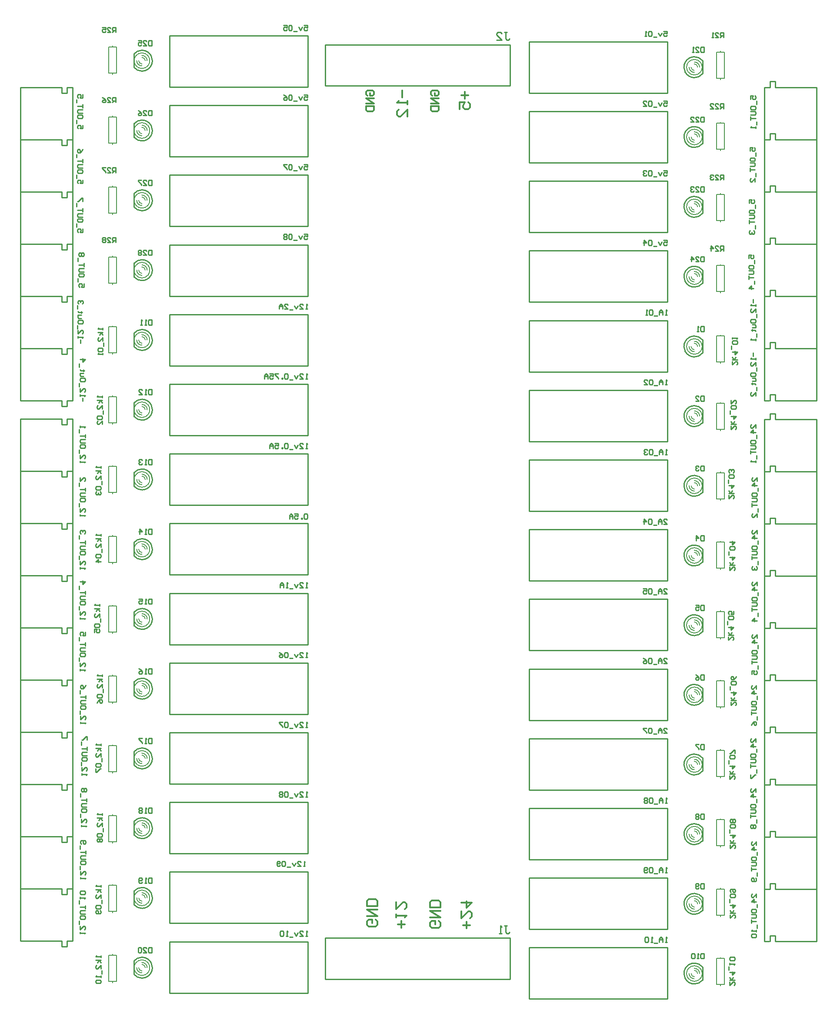
<source format=gto>
%FSLAX44Y44*%
%MOMM*%
G71*
G01*
G75*
%ADD10P,3.2472X8X22.5*%
%ADD11C,2.0000*%
%ADD12C,3.0480*%
%ADD13P,3.2992X8X112.5*%
%ADD14C,1.4000*%
%ADD15C,1.5240*%
%ADD16P,1.6496X8X202.5*%
%ADD17C,3.0000*%
%ADD18P,4.3296X8X202.5*%
%ADD19C,1.0000*%
%ADD20C,2.0000*%
%ADD21C,0.1524*%
%ADD22C,0.2540*%
%ADD23C,0.2000*%
%ADD24C,0.3000*%
D21*
X937768Y1764030D02*
G03*
X934236Y1773786I-15240J0D01*
G01*
X933919Y1753906D02*
G03*
X937768Y1764031I-11391J10124D01*
G01*
X910957Y1773948D02*
G03*
X907288Y1764030I11571J-9918D01*
G01*
D02*
G03*
X910820Y1754274I15240J0D01*
G01*
X922528Y1779270D02*
G03*
X910127Y1772888I0J-15240D01*
G01*
X934720Y1773174D02*
G03*
X922528Y1779270I-12192J-9144D01*
G01*
X910498Y1754674D02*
G03*
X922528Y1748790I12030J9356D01*
G01*
D02*
G03*
X934558Y1754674I0J15240D01*
G01*
X928878Y1764030D02*
G03*
X922528Y1770380I-6350J0D01*
G01*
X932688Y1764030D02*
G03*
X922528Y1774190I-10160J0D01*
G01*
X916178Y1764030D02*
G03*
X922528Y1757680I6350J0D01*
G01*
X912368Y1764030D02*
G03*
X922528Y1753870I10160J0D01*
G01*
X937768Y1899920D02*
G03*
X934236Y1909676I-15240J0D01*
G01*
X933919Y1889796D02*
G03*
X937768Y1899921I-11391J10124D01*
G01*
X910957Y1909838D02*
G03*
X907288Y1899920I11571J-9918D01*
G01*
D02*
G03*
X910820Y1890164I15240J0D01*
G01*
X922528Y1915160D02*
G03*
X910127Y1908778I0J-15240D01*
G01*
X934720Y1909064D02*
G03*
X922528Y1915160I-12192J-9144D01*
G01*
X910498Y1890564D02*
G03*
X922528Y1884680I12030J9356D01*
G01*
D02*
G03*
X934558Y1890564I0J15240D01*
G01*
X928878Y1899920D02*
G03*
X922528Y1906270I-6350J0D01*
G01*
X932688Y1899920D02*
G03*
X922528Y1910080I-10160J0D01*
G01*
X916178Y1899920D02*
G03*
X922528Y1893570I6350J0D01*
G01*
X912368Y1899920D02*
G03*
X922528Y1889760I10160J0D01*
G01*
X937768Y2035810D02*
G03*
X934236Y2045566I-15240J0D01*
G01*
X933919Y2025686D02*
G03*
X937768Y2035811I-11391J10124D01*
G01*
X910957Y2045728D02*
G03*
X907288Y2035810I11571J-9918D01*
G01*
D02*
G03*
X910820Y2026054I15240J0D01*
G01*
X922528Y2051050D02*
G03*
X910127Y2044668I0J-15240D01*
G01*
X934720Y2044954D02*
G03*
X922528Y2051050I-12192J-9144D01*
G01*
X910498Y2026454D02*
G03*
X922528Y2020570I12030J9356D01*
G01*
D02*
G03*
X934558Y2026454I0J15240D01*
G01*
X928878Y2035810D02*
G03*
X922528Y2042160I-6350J0D01*
G01*
X932688Y2035810D02*
G03*
X922528Y2045970I-10160J0D01*
G01*
X916178Y2035810D02*
G03*
X922528Y2029460I6350J0D01*
G01*
X912368Y2035810D02*
G03*
X922528Y2025650I10160J0D01*
G01*
X937768Y2171700D02*
G03*
X934236Y2181456I-15240J0D01*
G01*
X933919Y2161576D02*
G03*
X937768Y2171701I-11391J10124D01*
G01*
X910957Y2181618D02*
G03*
X907288Y2171700I11571J-9918D01*
G01*
D02*
G03*
X910820Y2161944I15240J0D01*
G01*
X922528Y2186940D02*
G03*
X910127Y2180558I0J-15240D01*
G01*
X934720Y2180844D02*
G03*
X922528Y2186940I-12192J-9144D01*
G01*
X910498Y2162344D02*
G03*
X922528Y2156460I12030J9356D01*
G01*
D02*
G03*
X934558Y2162344I0J15240D01*
G01*
X928878Y2171700D02*
G03*
X922528Y2178050I-6350J0D01*
G01*
X932688Y2171700D02*
G03*
X922528Y2181860I-10160J0D01*
G01*
X916178Y2171700D02*
G03*
X922528Y2165350I6350J0D01*
G01*
X912368Y2171700D02*
G03*
X922528Y2161540I10160J0D01*
G01*
X1982978Y1751330D02*
G03*
X1986510Y1741574I15240J0D01*
G01*
X1986827Y1761454D02*
G03*
X1982978Y1751329I11391J-10124D01*
G01*
X2009789Y1741412D02*
G03*
X2013458Y1751330I-11571J9918D01*
G01*
D02*
G03*
X2009926Y1761086I-15240J0D01*
G01*
X1998218Y1736090D02*
G03*
X2010619Y1742472I0J15240D01*
G01*
X1986026Y1742186D02*
G03*
X1998218Y1736090I12192J9144D01*
G01*
X2010248Y1760686D02*
G03*
X1998218Y1766570I-12030J-9356D01*
G01*
D02*
G03*
X1986188Y1760686I0J-15240D01*
G01*
X1991868Y1751330D02*
G03*
X1998218Y1744980I6350J0D01*
G01*
X1988058Y1751330D02*
G03*
X1998218Y1741170I10160J0D01*
G01*
X2004568Y1751330D02*
G03*
X1998218Y1757680I-6350J0D01*
G01*
X2008378Y1751330D02*
G03*
X1998218Y1761490I-10160J0D01*
G01*
X1982978Y1887220D02*
G03*
X1986510Y1877464I15240J0D01*
G01*
X1986827Y1897344D02*
G03*
X1982978Y1887219I11391J-10124D01*
G01*
X2009789Y1877302D02*
G03*
X2013458Y1887220I-11571J9918D01*
G01*
D02*
G03*
X2009926Y1896976I-15240J0D01*
G01*
X1998218Y1871980D02*
G03*
X2010619Y1878362I0J15240D01*
G01*
X1986026Y1878076D02*
G03*
X1998218Y1871980I12192J9144D01*
G01*
X2010248Y1896576D02*
G03*
X1998218Y1902460I-12030J-9356D01*
G01*
D02*
G03*
X1986188Y1896576I0J-15240D01*
G01*
X1991868Y1887220D02*
G03*
X1998218Y1880870I6350J0D01*
G01*
X1988058Y1887220D02*
G03*
X1998218Y1877060I10160J0D01*
G01*
X2004568Y1887220D02*
G03*
X1998218Y1893570I-6350J0D01*
G01*
X2008378Y1887220D02*
G03*
X1998218Y1897380I-10160J0D01*
G01*
X1982978Y2023110D02*
G03*
X1986510Y2013354I15240J0D01*
G01*
X1986827Y2033234D02*
G03*
X1982978Y2023109I11391J-10124D01*
G01*
X2009789Y2013192D02*
G03*
X2013458Y2023110I-11571J9918D01*
G01*
D02*
G03*
X2009926Y2032866I-15240J0D01*
G01*
X1998218Y2007870D02*
G03*
X2010619Y2014252I0J15240D01*
G01*
X1986026Y2013966D02*
G03*
X1998218Y2007870I12192J9144D01*
G01*
X2010248Y2032466D02*
G03*
X1998218Y2038350I-12030J-9356D01*
G01*
D02*
G03*
X1986188Y2032466I0J-15240D01*
G01*
X1991868Y2023110D02*
G03*
X1998218Y2016760I6350J0D01*
G01*
X1988058Y2023110D02*
G03*
X1998218Y2012950I10160J0D01*
G01*
X2004568Y2023110D02*
G03*
X1998218Y2029460I-6350J0D01*
G01*
X2008378Y2023110D02*
G03*
X1998218Y2033270I-10160J0D01*
G01*
X1982978Y2159000D02*
G03*
X1986510Y2149244I15240J0D01*
G01*
X1986827Y2169124D02*
G03*
X1982978Y2158999I11391J-10124D01*
G01*
X2009789Y2149082D02*
G03*
X2013458Y2159000I-11571J9918D01*
G01*
D02*
G03*
X2009926Y2168756I-15240J0D01*
G01*
X1998218Y2143760D02*
G03*
X2010619Y2150142I0J15240D01*
G01*
X1986026Y2149856D02*
G03*
X1998218Y2143760I12192J9144D01*
G01*
X2010248Y2168356D02*
G03*
X1998218Y2174240I-12030J-9356D01*
G01*
D02*
G03*
X1986188Y2168356I0J-15240D01*
G01*
X1991868Y2159000D02*
G03*
X1998218Y2152650I6350J0D01*
G01*
X1988058Y2159000D02*
G03*
X1998218Y2148840I10160J0D01*
G01*
X2004568Y2159000D02*
G03*
X1998218Y2165350I-6350J0D01*
G01*
X2008378Y2159000D02*
G03*
X1998218Y2169160I-10160J0D01*
G01*
X937768Y406400D02*
G03*
X934236Y416156I-15240J0D01*
G01*
X933919Y396276D02*
G03*
X937768Y406401I-11391J10124D01*
G01*
X910957Y416318D02*
G03*
X907288Y406400I11571J-9918D01*
G01*
D02*
G03*
X910820Y396644I15240J0D01*
G01*
X922528Y421640D02*
G03*
X910127Y415258I0J-15240D01*
G01*
X934720Y415544D02*
G03*
X922528Y421640I-12192J-9144D01*
G01*
X910498Y397044D02*
G03*
X922528Y391160I12030J9356D01*
G01*
D02*
G03*
X934558Y397044I0J15240D01*
G01*
X928878Y406400D02*
G03*
X922528Y412750I-6350J0D01*
G01*
X932688Y406400D02*
G03*
X922528Y416560I-10160J0D01*
G01*
X916178Y406400D02*
G03*
X922528Y400050I6350J0D01*
G01*
X912368Y406400D02*
G03*
X922528Y396240I10160J0D01*
G01*
X937768Y542149D02*
G03*
X934236Y551905I-15240J0D01*
G01*
X933919Y532025D02*
G03*
X937768Y542150I-11391J10124D01*
G01*
X910957Y552067D02*
G03*
X907288Y542149I11571J-9918D01*
G01*
D02*
G03*
X910820Y532393I15240J0D01*
G01*
X922528Y557389D02*
G03*
X910127Y551007I0J-15240D01*
G01*
X934720Y551293D02*
G03*
X922528Y557389I-12192J-9144D01*
G01*
X910498Y532793D02*
G03*
X922528Y526909I12030J9356D01*
G01*
D02*
G03*
X934558Y532793I0J15240D01*
G01*
X928878Y542149D02*
G03*
X922528Y548499I-6350J0D01*
G01*
X932688Y542149D02*
G03*
X922528Y552309I-10160J0D01*
G01*
X916178Y542149D02*
G03*
X922528Y535799I6350J0D01*
G01*
X912368Y542149D02*
G03*
X922528Y531989I10160J0D01*
G01*
X937768Y677898D02*
G03*
X934236Y687654I-15240J0D01*
G01*
X933919Y667774D02*
G03*
X937768Y677899I-11391J10124D01*
G01*
X910957Y687816D02*
G03*
X907288Y677898I11571J-9918D01*
G01*
D02*
G03*
X910820Y668142I15240J0D01*
G01*
X922528Y693138D02*
G03*
X910127Y686756I0J-15240D01*
G01*
X934720Y687042D02*
G03*
X922528Y693138I-12192J-9144D01*
G01*
X910498Y668542D02*
G03*
X922528Y662658I12030J9356D01*
G01*
D02*
G03*
X934558Y668542I0J15240D01*
G01*
X928878Y677898D02*
G03*
X922528Y684248I-6350J0D01*
G01*
X932688Y677898D02*
G03*
X922528Y688058I-10160J0D01*
G01*
X916178Y677898D02*
G03*
X922528Y671548I6350J0D01*
G01*
X912368Y677898D02*
G03*
X922528Y667738I10160J0D01*
G01*
X937768Y813647D02*
G03*
X934236Y823403I-15240J0D01*
G01*
X933919Y803522D02*
G03*
X937768Y813648I-11391J10124D01*
G01*
X910957Y823565D02*
G03*
X907288Y813647I11571J-9918D01*
G01*
D02*
G03*
X910820Y803891I15240J0D01*
G01*
X922528Y828887D02*
G03*
X910127Y822505I0J-15240D01*
G01*
X934720Y822791D02*
G03*
X922528Y828887I-12192J-9144D01*
G01*
X910498Y804291D02*
G03*
X922528Y798407I12030J9356D01*
G01*
D02*
G03*
X934558Y804291I0J15240D01*
G01*
X928878Y813647D02*
G03*
X922528Y819997I-6350J0D01*
G01*
X932688Y813647D02*
G03*
X922528Y823807I-10160J0D01*
G01*
X916178Y813647D02*
G03*
X922528Y807297I6350J0D01*
G01*
X912368Y813647D02*
G03*
X922528Y803487I10160J0D01*
G01*
X937768Y949396D02*
G03*
X934236Y959152I-15240J0D01*
G01*
X933919Y939271D02*
G03*
X937768Y949397I-11391J10124D01*
G01*
X910957Y959314D02*
G03*
X907288Y949396I11571J-9918D01*
G01*
D02*
G03*
X910820Y939639I15240J0D01*
G01*
X922528Y964635D02*
G03*
X910127Y958254I0J-15240D01*
G01*
X934720Y958540D02*
G03*
X922528Y964635I-12192J-9144D01*
G01*
X910498Y940040D02*
G03*
X922528Y934156I12030J9356D01*
G01*
D02*
G03*
X934558Y940040I0J15240D01*
G01*
X928878Y949396D02*
G03*
X922528Y955745I-6350J0D01*
G01*
X932688Y949396D02*
G03*
X922528Y959556I-10160J0D01*
G01*
X916178Y949396D02*
G03*
X922528Y943046I6350J0D01*
G01*
X912368Y949396D02*
G03*
X922528Y939236I10160J0D01*
G01*
X937768Y1085144D02*
G03*
X934236Y1094901I-15240J0D01*
G01*
X933919Y1075020D02*
G03*
X937768Y1085145I-11391J10124D01*
G01*
X910957Y1095062D02*
G03*
X907288Y1085144I11571J-9918D01*
G01*
D02*
G03*
X910820Y1075388I15240J0D01*
G01*
X922528Y1100384D02*
G03*
X910127Y1094003I0J-15240D01*
G01*
X934720Y1094288D02*
G03*
X922528Y1100384I-12192J-9144D01*
G01*
X910498Y1075788D02*
G03*
X922528Y1069904I12030J9356D01*
G01*
D02*
G03*
X934558Y1075788I0J15240D01*
G01*
X928878Y1085144D02*
G03*
X922528Y1091494I-6350J0D01*
G01*
X932688Y1085144D02*
G03*
X922528Y1095304I-10160J0D01*
G01*
X916178Y1085144D02*
G03*
X922528Y1078794I6350J0D01*
G01*
X912368Y1085144D02*
G03*
X922528Y1074984I10160J0D01*
G01*
X937768Y1220893D02*
G03*
X934236Y1230649I-15240J0D01*
G01*
X933919Y1210769D02*
G03*
X937768Y1220894I-11391J10124D01*
G01*
X910957Y1230811D02*
G03*
X907288Y1220893I11571J-9918D01*
G01*
D02*
G03*
X910820Y1211137I15240J0D01*
G01*
X922528Y1236133D02*
G03*
X910127Y1229751I0J-15240D01*
G01*
X934720Y1230037D02*
G03*
X922528Y1236133I-12192J-9144D01*
G01*
X910498Y1211537D02*
G03*
X922528Y1205653I12030J9356D01*
G01*
D02*
G03*
X934558Y1211537I0J15240D01*
G01*
X928878Y1220893D02*
G03*
X922528Y1227243I-6350J0D01*
G01*
X932688Y1220893D02*
G03*
X922528Y1231053I-10160J0D01*
G01*
X916178Y1220893D02*
G03*
X922528Y1214543I6350J0D01*
G01*
X912368Y1220893D02*
G03*
X922528Y1210733I10160J0D01*
G01*
X937768Y1356642D02*
G03*
X934236Y1366398I-15240J0D01*
G01*
X933919Y1346518D02*
G03*
X937768Y1356643I-11391J10124D01*
G01*
X910957Y1366560D02*
G03*
X907288Y1356642I11571J-9918D01*
G01*
D02*
G03*
X910820Y1346886I15240J0D01*
G01*
X922528Y1371882D02*
G03*
X910127Y1365500I0J-15240D01*
G01*
X934720Y1365786D02*
G03*
X922528Y1371882I-12192J-9144D01*
G01*
X910498Y1347286D02*
G03*
X922528Y1341402I12030J9356D01*
G01*
D02*
G03*
X934558Y1347286I0J15240D01*
G01*
X928878Y1356642D02*
G03*
X922528Y1362992I-6350J0D01*
G01*
X932688Y1356642D02*
G03*
X922528Y1366802I-10160J0D01*
G01*
X916178Y1356642D02*
G03*
X922528Y1350292I6350J0D01*
G01*
X912368Y1356642D02*
G03*
X922528Y1346482I10160J0D01*
G01*
X937768Y1492391D02*
G03*
X934236Y1502147I-15240J0D01*
G01*
X933919Y1482267D02*
G03*
X937768Y1492392I-11391J10124D01*
G01*
X910957Y1502309D02*
G03*
X907288Y1492391I11571J-9918D01*
G01*
D02*
G03*
X910820Y1482635I15240J0D01*
G01*
X922528Y1507631D02*
G03*
X910127Y1501249I0J-15240D01*
G01*
X934720Y1501535D02*
G03*
X922528Y1507631I-12192J-9144D01*
G01*
X910498Y1483035D02*
G03*
X922528Y1477151I12030J9356D01*
G01*
D02*
G03*
X934558Y1483035I0J15240D01*
G01*
X928878Y1492391D02*
G03*
X922528Y1498741I-6350J0D01*
G01*
X932688Y1492391D02*
G03*
X922528Y1502551I-10160J0D01*
G01*
X916178Y1492391D02*
G03*
X922528Y1486041I6350J0D01*
G01*
X912368Y1492391D02*
G03*
X922528Y1482231I10160J0D01*
G01*
X937768Y1628140D02*
G03*
X934236Y1637896I-15240J0D01*
G01*
X933919Y1618016D02*
G03*
X937768Y1628141I-11391J10124D01*
G01*
X910957Y1638058D02*
G03*
X907288Y1628140I11571J-9918D01*
G01*
D02*
G03*
X910820Y1618384I15240J0D01*
G01*
X922528Y1643380D02*
G03*
X910127Y1636998I0J-15240D01*
G01*
X934720Y1637284D02*
G03*
X922528Y1643380I-12192J-9144D01*
G01*
X910498Y1618784D02*
G03*
X922528Y1612900I12030J9356D01*
G01*
D02*
G03*
X934558Y1618784I0J15240D01*
G01*
X928878Y1628140D02*
G03*
X922528Y1634490I-6350J0D01*
G01*
X932688Y1628140D02*
G03*
X922528Y1638300I-10160J0D01*
G01*
X916178Y1628140D02*
G03*
X922528Y1621790I6350J0D01*
G01*
X912368Y1628140D02*
G03*
X922528Y1617980I10160J0D01*
G01*
X1982978Y394970D02*
G03*
X1986510Y385214I15240J0D01*
G01*
X1986827Y405094D02*
G03*
X1982978Y394969I11391J-10124D01*
G01*
X2009789Y385052D02*
G03*
X2013458Y394970I-11571J9918D01*
G01*
D02*
G03*
X2009926Y404726I-15240J0D01*
G01*
X1998218Y379730D02*
G03*
X2010619Y386112I0J15240D01*
G01*
X1986026Y385826D02*
G03*
X1998218Y379730I12192J9144D01*
G01*
X2010248Y404326D02*
G03*
X1998218Y410210I-12030J-9356D01*
G01*
D02*
G03*
X1986188Y404326I0J-15240D01*
G01*
X1991868Y394970D02*
G03*
X1998218Y388620I6350J0D01*
G01*
X1988058Y394970D02*
G03*
X1998218Y384810I10160J0D01*
G01*
X2004568Y394970D02*
G03*
X1998218Y401320I-6350J0D01*
G01*
X2008378Y394970D02*
G03*
X1998218Y405130I-10160J0D01*
G01*
X1982978Y530578D02*
G03*
X1986510Y520822I15240J0D01*
G01*
X1986827Y540702D02*
G03*
X1982978Y530577I11391J-10124D01*
G01*
X2009789Y520660D02*
G03*
X2013458Y530578I-11571J9918D01*
G01*
D02*
G03*
X2009926Y540334I-15240J0D01*
G01*
X1998218Y515338D02*
G03*
X2010619Y521720I0J15240D01*
G01*
X1986026Y521434D02*
G03*
X1998218Y515338I12192J9144D01*
G01*
X2010248Y539934D02*
G03*
X1998218Y545818I-12030J-9356D01*
G01*
D02*
G03*
X1986188Y539934I0J-15240D01*
G01*
X1991868Y530578D02*
G03*
X1998218Y524228I6350J0D01*
G01*
X1988058Y530578D02*
G03*
X1998218Y520418I10160J0D01*
G01*
X2004568Y530578D02*
G03*
X1998218Y536928I-6350J0D01*
G01*
X2008378Y530578D02*
G03*
X1998218Y540738I-10160J0D01*
G01*
X1982978Y666186D02*
G03*
X1986510Y656429I15240J0D01*
G01*
X1986827Y676310D02*
G03*
X1982978Y666184I11391J-10124D01*
G01*
X2009789Y656267D02*
G03*
X2013458Y666186I-11571J9918D01*
G01*
D02*
G03*
X2009926Y675942I-15240J0D01*
G01*
X1998218Y650946D02*
G03*
X2010619Y657327I0J15240D01*
G01*
X1986026Y657041D02*
G03*
X1998218Y650946I12192J9144D01*
G01*
X2010248Y675542D02*
G03*
X1998218Y681425I-12030J-9356D01*
G01*
D02*
G03*
X1986188Y675542I0J-15240D01*
G01*
X1991868Y666186D02*
G03*
X1998218Y659836I6350J0D01*
G01*
X1988058Y666186D02*
G03*
X1998218Y656025I10160J0D01*
G01*
X2004568Y666186D02*
G03*
X1998218Y672535I-6350J0D01*
G01*
X2008378Y666186D02*
G03*
X1998218Y676346I-10160J0D01*
G01*
X1982978Y801793D02*
G03*
X1986510Y792037I15240J0D01*
G01*
X1986827Y811917D02*
G03*
X1982978Y801792I11391J-10124D01*
G01*
X2009789Y791875D02*
G03*
X2013458Y801793I-11571J9918D01*
G01*
D02*
G03*
X2009926Y811549I-15240J0D01*
G01*
X1998218Y786553D02*
G03*
X2010619Y792935I0J15240D01*
G01*
X1986026Y792649D02*
G03*
X1998218Y786553I12192J9144D01*
G01*
X2010248Y811149D02*
G03*
X1998218Y817033I-12030J-9356D01*
G01*
D02*
G03*
X1986188Y811149I0J-15240D01*
G01*
X1991868Y801793D02*
G03*
X1998218Y795443I6350J0D01*
G01*
X1988058Y801793D02*
G03*
X1998218Y791633I10160J0D01*
G01*
X2004568Y801793D02*
G03*
X1998218Y808143I-6350J0D01*
G01*
X2008378Y801793D02*
G03*
X1998218Y811953I-10160J0D01*
G01*
X1982978Y937401D02*
G03*
X1986510Y927645I15240J0D01*
G01*
X1986827Y947525D02*
G03*
X1982978Y937400I11391J-10124D01*
G01*
X2009789Y927483D02*
G03*
X2013458Y937401I-11571J9918D01*
G01*
D02*
G03*
X2009926Y947157I-15240J0D01*
G01*
X1998218Y922161D02*
G03*
X2010619Y928543I0J15240D01*
G01*
X1986026Y928257D02*
G03*
X1998218Y922161I12192J9144D01*
G01*
X2010248Y946757D02*
G03*
X1998218Y952641I-12030J-9356D01*
G01*
D02*
G03*
X1986188Y946757I0J-15240D01*
G01*
X1991868Y937401D02*
G03*
X1998218Y931051I6350J0D01*
G01*
X1988058Y937401D02*
G03*
X1998218Y927241I10160J0D01*
G01*
X2004568Y937401D02*
G03*
X1998218Y943751I-6350J0D01*
G01*
X2008378Y937401D02*
G03*
X1998218Y947561I-10160J0D01*
G01*
X1982978Y1073009D02*
G03*
X1986510Y1063253I15240J0D01*
G01*
X1986827Y1083133D02*
G03*
X1982978Y1073008I11391J-10124D01*
G01*
X2009789Y1063091D02*
G03*
X2013458Y1073009I-11571J9918D01*
G01*
D02*
G03*
X2009926Y1082765I-15240J0D01*
G01*
X1998218Y1057769D02*
G03*
X2010619Y1064151I0J15240D01*
G01*
X1986026Y1063865D02*
G03*
X1998218Y1057769I12192J9144D01*
G01*
X2010248Y1082365D02*
G03*
X1998218Y1088249I-12030J-9356D01*
G01*
D02*
G03*
X1986188Y1082365I0J-15240D01*
G01*
X1991868Y1073009D02*
G03*
X1998218Y1066659I6350J0D01*
G01*
X1988058Y1073009D02*
G03*
X1998218Y1062849I10160J0D01*
G01*
X2004568Y1073009D02*
G03*
X1998218Y1079359I-6350J0D01*
G01*
X2008378Y1073009D02*
G03*
X1998218Y1083169I-10160J0D01*
G01*
X1982978Y1208616D02*
G03*
X1986510Y1198860I15240J0D01*
G01*
X1986827Y1218741D02*
G03*
X1982978Y1208615I11391J-10124D01*
G01*
X2009789Y1198699D02*
G03*
X2013458Y1208616I-11571J9918D01*
G01*
D02*
G03*
X2009926Y1218373I-15240J0D01*
G01*
X1998218Y1193376D02*
G03*
X2010619Y1199758I0J15240D01*
G01*
X1986026Y1199473D02*
G03*
X1998218Y1193376I12192J9144D01*
G01*
X2010248Y1217973D02*
G03*
X1998218Y1223857I-12030J-9356D01*
G01*
D02*
G03*
X1986188Y1217973I0J-15240D01*
G01*
X1991868Y1208616D02*
G03*
X1998218Y1202266I6350J0D01*
G01*
X1988058Y1208616D02*
G03*
X1998218Y1198456I10160J0D01*
G01*
X2004568Y1208616D02*
G03*
X1998218Y1214967I-6350J0D01*
G01*
X2008378Y1208616D02*
G03*
X1998218Y1218776I-10160J0D01*
G01*
X1982978Y1344224D02*
G03*
X1986510Y1334468I15240J0D01*
G01*
X1986827Y1354348D02*
G03*
X1982978Y1344223I11391J-10124D01*
G01*
X2009789Y1334306D02*
G03*
X2013458Y1344224I-11571J9918D01*
G01*
D02*
G03*
X2009926Y1353980I-15240J0D01*
G01*
X1998218Y1328984D02*
G03*
X2010619Y1335366I0J15240D01*
G01*
X1986026Y1335080D02*
G03*
X1998218Y1328984I12192J9144D01*
G01*
X2010248Y1353580D02*
G03*
X1998218Y1359464I-12030J-9356D01*
G01*
D02*
G03*
X1986188Y1353580I0J-15240D01*
G01*
X1991868Y1344224D02*
G03*
X1998218Y1337874I6350J0D01*
G01*
X1988058Y1344224D02*
G03*
X1998218Y1334064I10160J0D01*
G01*
X2004568Y1344224D02*
G03*
X1998218Y1350574I-6350J0D01*
G01*
X2008378Y1344224D02*
G03*
X1998218Y1354384I-10160J0D01*
G01*
X1982978Y1479832D02*
G03*
X1986510Y1470076I15240J0D01*
G01*
X1986827Y1489956D02*
G03*
X1982978Y1479831I11391J-10124D01*
G01*
X2009789Y1469914D02*
G03*
X2013458Y1479832I-11571J9918D01*
G01*
D02*
G03*
X2009926Y1489588I-15240J0D01*
G01*
X1998218Y1464592D02*
G03*
X2010619Y1470974I0J15240D01*
G01*
X1986026Y1470688D02*
G03*
X1998218Y1464592I12192J9144D01*
G01*
X2010248Y1489188D02*
G03*
X1998218Y1495072I-12030J-9356D01*
G01*
D02*
G03*
X1986188Y1489188I0J-15240D01*
G01*
X1991868Y1479832D02*
G03*
X1998218Y1473482I6350J0D01*
G01*
X1988058Y1479832D02*
G03*
X1998218Y1469672I10160J0D01*
G01*
X2004568Y1479832D02*
G03*
X1998218Y1486182I-6350J0D01*
G01*
X2008378Y1479832D02*
G03*
X1998218Y1489992I-10160J0D01*
G01*
X1982978Y1615440D02*
G03*
X1986510Y1605684I15240J0D01*
G01*
X1986827Y1625564D02*
G03*
X1982978Y1615439I11391J-10124D01*
G01*
X2009789Y1605522D02*
G03*
X2013458Y1615440I-11571J9918D01*
G01*
D02*
G03*
X2009926Y1625196I-15240J0D01*
G01*
X1998218Y1600200D02*
G03*
X2010619Y1606582I0J15240D01*
G01*
X1986026Y1606296D02*
G03*
X1998218Y1600200I12192J9144D01*
G01*
X2010248Y1624796D02*
G03*
X1998218Y1630680I-12030J-9356D01*
G01*
D02*
G03*
X1986188Y1624796I0J-15240D01*
G01*
X1991868Y1615440D02*
G03*
X1998218Y1609090I6350J0D01*
G01*
X1988058Y1615440D02*
G03*
X1998218Y1605280I10160J0D01*
G01*
X2004568Y1615440D02*
G03*
X1998218Y1621790I-6350J0D01*
G01*
X2008378Y1615440D02*
G03*
X1998218Y1625600I-10160J0D01*
G01*
D22*
X922528Y1784350D02*
G03*
X906918Y1777039I0J-20320D01*
G01*
X940457Y1773592D02*
G03*
X922528Y1784350I-17930J-9562D01*
G01*
X907016Y1750904D02*
G03*
X922528Y1743710I15512J13126D01*
G01*
X922528D02*
G03*
X940171Y1753948I1J20320D01*
G01*
X942848Y1764030D02*
G03*
X940419Y1773664I-20320J0D01*
G01*
X939834Y1753381D02*
G03*
X942848Y1764031I-17306J10649D01*
G01*
X922528Y1920240D02*
G03*
X906918Y1912929I0J-20320D01*
G01*
X940457Y1909482D02*
G03*
X922528Y1920240I-17930J-9562D01*
G01*
X907016Y1886794D02*
G03*
X922528Y1879600I15512J13126D01*
G01*
X922528D02*
G03*
X940171Y1889838I1J20320D01*
G01*
X942848Y1899920D02*
G03*
X940419Y1909554I-20320J0D01*
G01*
X939834Y1889271D02*
G03*
X942848Y1899921I-17306J10649D01*
G01*
X922528Y2056130D02*
G03*
X906918Y2048819I0J-20320D01*
G01*
X940457Y2045372D02*
G03*
X922528Y2056130I-17930J-9562D01*
G01*
X907016Y2022684D02*
G03*
X922528Y2015490I15512J13126D01*
G01*
X922528D02*
G03*
X940171Y2025728I1J20320D01*
G01*
X942848Y2035810D02*
G03*
X940419Y2045444I-20320J0D01*
G01*
X939834Y2025161D02*
G03*
X942848Y2035811I-17306J10649D01*
G01*
X922528Y2192020D02*
G03*
X906918Y2184709I0J-20320D01*
G01*
X940457Y2181262D02*
G03*
X922528Y2192020I-17930J-9562D01*
G01*
X907016Y2158574D02*
G03*
X922528Y2151380I15512J13126D01*
G01*
X922528D02*
G03*
X940171Y2161618I1J20320D01*
G01*
X942848Y2171700D02*
G03*
X940419Y2181334I-20320J0D01*
G01*
X939834Y2161051D02*
G03*
X942848Y2171701I-17306J10649D01*
G01*
X1998218Y1731010D02*
G03*
X2013828Y1738321I0J20320D01*
G01*
X1980289Y1741768D02*
G03*
X1998218Y1731010I17930J9562D01*
G01*
X2013730Y1764456D02*
G03*
X1998218Y1771650I-15512J-13126D01*
G01*
X1998218D02*
G03*
X1980575Y1761412I-1J-20320D01*
G01*
X1977898Y1751330D02*
G03*
X1980327Y1741696I20320J0D01*
G01*
X1980912Y1761979D02*
G03*
X1977898Y1751329I17306J-10649D01*
G01*
X1998218Y1866900D02*
G03*
X2013828Y1874211I0J20320D01*
G01*
X1980289Y1877658D02*
G03*
X1998218Y1866900I17930J9562D01*
G01*
X2013730Y1900346D02*
G03*
X1998218Y1907540I-15512J-13126D01*
G01*
X1998218D02*
G03*
X1980575Y1897302I-1J-20320D01*
G01*
X1977898Y1887220D02*
G03*
X1980327Y1877586I20320J0D01*
G01*
X1980912Y1897869D02*
G03*
X1977898Y1887219I17306J-10649D01*
G01*
X1998218Y2002790D02*
G03*
X2013828Y2010101I0J20320D01*
G01*
X1980289Y2013548D02*
G03*
X1998218Y2002790I17930J9562D01*
G01*
X2013730Y2036236D02*
G03*
X1998218Y2043430I-15512J-13126D01*
G01*
X1998218D02*
G03*
X1980575Y2033192I-1J-20320D01*
G01*
X1977898Y2023110D02*
G03*
X1980327Y2013476I20320J0D01*
G01*
X1980912Y2033759D02*
G03*
X1977898Y2023109I17306J-10649D01*
G01*
X1998218Y2138680D02*
G03*
X2013828Y2145991I0J20320D01*
G01*
X1980289Y2149438D02*
G03*
X1998218Y2138680I17930J9562D01*
G01*
X2013730Y2172126D02*
G03*
X1998218Y2179320I-15512J-13126D01*
G01*
X1998218D02*
G03*
X1980575Y2169082I-1J-20320D01*
G01*
X1977898Y2159000D02*
G03*
X1980327Y2149366I20320J0D01*
G01*
X1980912Y2169649D02*
G03*
X1977898Y2158999I17306J-10649D01*
G01*
X922528Y426720D02*
G03*
X906918Y419409I0J-20320D01*
G01*
X940457Y415962D02*
G03*
X922528Y426720I-17930J-9562D01*
G01*
X907016Y393274D02*
G03*
X922528Y386080I15512J13126D01*
G01*
X922528D02*
G03*
X940171Y396318I1J20320D01*
G01*
X942848Y406400D02*
G03*
X940419Y416034I-20320J0D01*
G01*
X939834Y395751D02*
G03*
X942848Y406401I-17306J10649D01*
G01*
X922528Y562469D02*
G03*
X906918Y555158I0J-20320D01*
G01*
X940457Y551711D02*
G03*
X922528Y562469I-17930J-9562D01*
G01*
X907016Y529023D02*
G03*
X922528Y521829I15512J13126D01*
G01*
X922528D02*
G03*
X940171Y532067I1J20320D01*
G01*
X942848Y542149D02*
G03*
X940419Y551783I-20320J0D01*
G01*
X939834Y531500D02*
G03*
X942848Y542150I-17306J10649D01*
G01*
X922528Y698218D02*
G03*
X906918Y690907I0J-20320D01*
G01*
X940457Y687460D02*
G03*
X922528Y698218I-17930J-9562D01*
G01*
X907016Y664772D02*
G03*
X922528Y657578I15512J13126D01*
G01*
X922528D02*
G03*
X940171Y667816I1J20320D01*
G01*
X942848Y677898D02*
G03*
X940419Y687532I-20320J0D01*
G01*
X939834Y667249D02*
G03*
X942848Y677899I-17306J10649D01*
G01*
X922528Y833967D02*
G03*
X906918Y826656I0J-20320D01*
G01*
X940457Y823208D02*
G03*
X922528Y833967I-17930J-9562D01*
G01*
X907016Y800521D02*
G03*
X922528Y793327I15512J13126D01*
G01*
X922528D02*
G03*
X940171Y803564I1J20320D01*
G01*
X942848Y813647D02*
G03*
X940419Y823281I-20320J0D01*
G01*
X939834Y802998D02*
G03*
X942848Y813648I-17306J10649D01*
G01*
X922528Y969715D02*
G03*
X906918Y962404I0J-20320D01*
G01*
X940457Y958957D02*
G03*
X922528Y969715I-17930J-9562D01*
G01*
X907016Y936270D02*
G03*
X922528Y929075I15512J13126D01*
G01*
X922528D02*
G03*
X940171Y939313I1J20320D01*
G01*
X942848Y949396D02*
G03*
X940419Y959030I-20320J0D01*
G01*
X939834Y938747D02*
G03*
X942848Y949397I-17306J10649D01*
G01*
X922528Y1105464D02*
G03*
X906918Y1098153I0J-20320D01*
G01*
X940457Y1094706D02*
G03*
X922528Y1105464I-17930J-9562D01*
G01*
X907016Y1072019D02*
G03*
X922528Y1064824I15512J13126D01*
G01*
X922528D02*
G03*
X940171Y1075062I1J20320D01*
G01*
X942848Y1085144D02*
G03*
X940419Y1094779I-20320J0D01*
G01*
X939834Y1074495D02*
G03*
X942848Y1085145I-17306J10649D01*
G01*
X922528Y1241213D02*
G03*
X906918Y1233902I0J-20320D01*
G01*
X940457Y1230455D02*
G03*
X922528Y1241213I-17930J-9562D01*
G01*
X907016Y1207767D02*
G03*
X922528Y1200573I15512J13126D01*
G01*
X922528D02*
G03*
X940171Y1210811I1J20320D01*
G01*
X942848Y1220893D02*
G03*
X940419Y1230527I-20320J0D01*
G01*
X939834Y1210244D02*
G03*
X942848Y1220894I-17306J10649D01*
G01*
X922528Y1376962D02*
G03*
X906918Y1369651I0J-20320D01*
G01*
X940457Y1366204D02*
G03*
X922528Y1376962I-17930J-9562D01*
G01*
X907016Y1343516D02*
G03*
X922528Y1336322I15512J13126D01*
G01*
X922528D02*
G03*
X940171Y1346560I1J20320D01*
G01*
X942848Y1356642D02*
G03*
X940419Y1366276I-20320J0D01*
G01*
X939834Y1345993D02*
G03*
X942848Y1356643I-17306J10649D01*
G01*
X922528Y1512711D02*
G03*
X906918Y1505400I0J-20320D01*
G01*
X940457Y1501953D02*
G03*
X922528Y1512711I-17930J-9562D01*
G01*
X907016Y1479265D02*
G03*
X922528Y1472071I15512J13126D01*
G01*
X922528D02*
G03*
X940171Y1482309I1J20320D01*
G01*
X942848Y1492391D02*
G03*
X940419Y1502025I-20320J0D01*
G01*
X939834Y1481742D02*
G03*
X942848Y1492392I-17306J10649D01*
G01*
X922528Y1648460D02*
G03*
X906918Y1641149I0J-20320D01*
G01*
X940457Y1637702D02*
G03*
X922528Y1648460I-17930J-9562D01*
G01*
X907016Y1615014D02*
G03*
X922528Y1607820I15512J13126D01*
G01*
X922528D02*
G03*
X940171Y1618058I1J20320D01*
G01*
X942848Y1628140D02*
G03*
X940419Y1637774I-20320J0D01*
G01*
X939834Y1617491D02*
G03*
X942848Y1628141I-17306J10649D01*
G01*
X1998218Y374650D02*
G03*
X2013828Y381961I0J20320D01*
G01*
X1980289Y385408D02*
G03*
X1998218Y374650I17930J9562D01*
G01*
X2013730Y408096D02*
G03*
X1998218Y415290I-15512J-13126D01*
G01*
X1998218D02*
G03*
X1980575Y405052I-1J-20320D01*
G01*
X1977898Y394970D02*
G03*
X1980327Y385336I20320J0D01*
G01*
X1980912Y405619D02*
G03*
X1977898Y394969I17306J-10649D01*
G01*
X1998218Y510258D02*
G03*
X2013828Y517569I0J20320D01*
G01*
X1980289Y521016D02*
G03*
X1998218Y510258I17930J9562D01*
G01*
X2013730Y543703D02*
G03*
X1998218Y550898I-15512J-13126D01*
G01*
X1998218D02*
G03*
X1980575Y540660I-1J-20320D01*
G01*
X1977898Y530578D02*
G03*
X1980327Y520944I20320J0D01*
G01*
X1980912Y541227D02*
G03*
X1977898Y530577I17306J-10649D01*
G01*
X1998218Y645865D02*
G03*
X2013828Y653177I0J20320D01*
G01*
X1980289Y656624D02*
G03*
X1998218Y645865I17930J9562D01*
G01*
X2013730Y679311D02*
G03*
X1998218Y686506I-15512J-13126D01*
G01*
X1998218D02*
G03*
X1980575Y676268I-1J-20320D01*
G01*
X1977898Y666186D02*
G03*
X1980327Y656551I20320J0D01*
G01*
X1980912Y676834D02*
G03*
X1977898Y666184I17306J-10649D01*
G01*
X1998218Y781473D02*
G03*
X2013828Y788784I0J20320D01*
G01*
X1980289Y792231D02*
G03*
X1998218Y781473I17930J9562D01*
G01*
X2013730Y814919D02*
G03*
X1998218Y822113I-15512J-13126D01*
G01*
X1998218D02*
G03*
X1980575Y811876I-1J-20320D01*
G01*
X1977898Y801793D02*
G03*
X1980327Y792159I20320J0D01*
G01*
X1980912Y812442D02*
G03*
X1977898Y801792I17306J-10649D01*
G01*
X1998218Y917081D02*
G03*
X2013828Y924392I0J20320D01*
G01*
X1980289Y927839D02*
G03*
X1998218Y917081I17930J9562D01*
G01*
X2013730Y950527D02*
G03*
X1998218Y957721I-15512J-13126D01*
G01*
X1998218D02*
G03*
X1980575Y947483I-1J-20320D01*
G01*
X1977898Y937401D02*
G03*
X1980327Y927767I20320J0D01*
G01*
X1980912Y948050D02*
G03*
X1977898Y937400I17306J-10649D01*
G01*
X1998218Y1052689D02*
G03*
X2013828Y1060000I0J20320D01*
G01*
X1980289Y1063447D02*
G03*
X1998218Y1052689I17930J9562D01*
G01*
X2013730Y1086134D02*
G03*
X1998218Y1093329I-15512J-13126D01*
G01*
X1998218D02*
G03*
X1980575Y1083091I-1J-20320D01*
G01*
X1977898Y1073009D02*
G03*
X1980327Y1063375I20320J0D01*
G01*
X1980912Y1083658D02*
G03*
X1977898Y1073008I17306J-10649D01*
G01*
X1998218Y1188297D02*
G03*
X2013828Y1195608I0J20320D01*
G01*
X1980289Y1199055D02*
G03*
X1998218Y1188297I17930J9562D01*
G01*
X2013730Y1221742D02*
G03*
X1998218Y1228936I-15512J-13126D01*
G01*
X1998218D02*
G03*
X1980575Y1218699I-1J-20320D01*
G01*
X1977898Y1208616D02*
G03*
X1980327Y1198982I20320J0D01*
G01*
X1980912Y1219265D02*
G03*
X1977898Y1208615I17306J-10649D01*
G01*
X1998218Y1323904D02*
G03*
X2013828Y1331215I0J20320D01*
G01*
X1980289Y1334662D02*
G03*
X1998218Y1323904I17930J9562D01*
G01*
X2013730Y1357350D02*
G03*
X1998218Y1364544I-15512J-13126D01*
G01*
X1998218D02*
G03*
X1980575Y1354306I-1J-20320D01*
G01*
X1977898Y1344224D02*
G03*
X1980327Y1334590I20320J0D01*
G01*
X1980912Y1354873D02*
G03*
X1977898Y1344223I17306J-10649D01*
G01*
X1998218Y1459512D02*
G03*
X2013828Y1466823I0J20320D01*
G01*
X1980289Y1470270D02*
G03*
X1998218Y1459512I17930J9562D01*
G01*
X2013730Y1492958D02*
G03*
X1998218Y1500152I-15512J-13126D01*
G01*
X1998218D02*
G03*
X1980575Y1489914I-1J-20320D01*
G01*
X1977898Y1479832D02*
G03*
X1980327Y1470198I20320J0D01*
G01*
X1980912Y1490481D02*
G03*
X1977898Y1479831I17306J-10649D01*
G01*
X1998218Y1595120D02*
G03*
X2013828Y1602431I0J20320D01*
G01*
X1980289Y1605878D02*
G03*
X1998218Y1595120I17930J9562D01*
G01*
X2013730Y1628566D02*
G03*
X1998218Y1635760I-15512J-13126D01*
G01*
X1998218D02*
G03*
X1980575Y1625522I-1J-20320D01*
G01*
X1977898Y1615440D02*
G03*
X1980327Y1605806I20320J0D01*
G01*
X1980912Y1626089D02*
G03*
X1977898Y1615439I17306J-10649D01*
G01*
X1639568Y384180D02*
X1279568D01*
Y464180D01*
X1639568D02*
X1279568D01*
X1639568Y384180D02*
Y464180D01*
Y2122810D02*
X1279568D01*
Y2202810D01*
X1639568D02*
X1279568D01*
X1639568Y2122810D02*
Y2202810D01*
X766318Y1611503D02*
X686181D01*
Y1713103D01*
X787781Y1611503D02*
Y1713103D01*
X787748Y1713230D02*
X777748D01*
X776318Y1600200D02*
X766318D01*
Y1600360D02*
Y1611503D01*
X776478Y1701800D02*
X766318D01*
X776478D02*
Y1713230D01*
X766445Y1713103D02*
X686181D01*
X766318Y1701800D02*
Y1712976D01*
X787781Y1611503D02*
X779145D01*
X776605D01*
X776318Y1600200D02*
Y1611216D01*
X766318Y1509903D02*
X686181D01*
Y1611503D01*
X787781Y1509903D02*
Y1611503D01*
X787748Y1611630D02*
X777748D01*
X776318Y1498600D02*
X766318D01*
Y1498760D02*
Y1509903D01*
X776478Y1600200D02*
X766318D01*
X776478D02*
Y1611630D01*
X766445Y1611503D02*
X686181D01*
X766318Y1600200D02*
Y1611376D01*
X787781Y1509903D02*
X779145D01*
X776605D01*
X776318Y1498600D02*
Y1509616D01*
X2235835Y1713357D02*
X2155698D01*
X2235835Y1611757D02*
Y1713357D01*
X2134235Y1611757D02*
Y1713357D01*
X2144268Y1611630D02*
X2134268D01*
X2155698Y1724660D02*
X2145698D01*
X2155698Y1713357D02*
Y1724500D01*
Y1623060D02*
X2145538D01*
Y1611630D02*
Y1623060D01*
X2235835Y1611757D02*
X2155571D01*
X2155698Y1611884D02*
Y1623060D01*
X2142871Y1713357D02*
X2134235D01*
X2145411D02*
X2142871D01*
X2145698Y1713644D02*
Y1724660D01*
X2235835Y1611757D02*
X2155698D01*
X2235835Y1510157D02*
Y1611757D01*
X2134235Y1510157D02*
Y1611757D01*
X2144268Y1510030D02*
X2134268D01*
X2155698Y1623060D02*
X2145698D01*
X2155698Y1611757D02*
Y1622900D01*
Y1521460D02*
X2145538D01*
Y1510030D02*
Y1521460D01*
X2235835Y1510157D02*
X2155571D01*
X2155698Y1510284D02*
Y1521460D01*
X2142871Y1611757D02*
X2134235D01*
X2145411D02*
X2142871D01*
X2145698Y1612044D02*
Y1623060D01*
X906780Y1751330D02*
Y1776730D01*
Y1887220D02*
Y1912620D01*
Y2023110D02*
Y2048510D01*
Y2159000D02*
Y2184400D01*
X2013966Y1738630D02*
Y1764030D01*
Y1874520D02*
Y1899920D01*
Y2010410D02*
Y2035810D01*
Y2146300D02*
Y2171700D01*
X906780Y393700D02*
Y419100D01*
Y529449D02*
Y554849D01*
Y665198D02*
Y690598D01*
Y800947D02*
Y826347D01*
Y936695D02*
Y962095D01*
Y1072444D02*
Y1097844D01*
Y1208193D02*
Y1233593D01*
Y1343942D02*
Y1369342D01*
Y1479691D02*
Y1505091D01*
Y1615440D02*
Y1640840D01*
X2013966Y382270D02*
Y407670D01*
Y517878D02*
Y543278D01*
Y653485D02*
Y678885D01*
Y789093D02*
Y814493D01*
Y924701D02*
Y950101D01*
Y1060309D02*
Y1085709D01*
Y1195917D02*
Y1221317D01*
Y1331524D02*
Y1356924D01*
Y1467132D02*
Y1492532D01*
Y1602740D02*
Y1628140D01*
X2145698Y559214D02*
Y570230D01*
X2145411Y558927D02*
X2142871D01*
X2134235D01*
X2155698Y457454D02*
Y468630D01*
X2235835Y457327D02*
X2155571D01*
X2145538Y457200D02*
Y468630D01*
X2155698D02*
X2145538D01*
X2155698Y558927D02*
Y570070D01*
Y570230D02*
X2145698D01*
X2144268Y457200D02*
X2134268D01*
X2134235Y457327D02*
Y558927D01*
X2235835Y457327D02*
Y558927D01*
X2155698D01*
X2145698Y660814D02*
Y671830D01*
X2145411Y660527D02*
X2142871D01*
X2134235D01*
X2155698Y559054D02*
Y570230D01*
X2235835Y558927D02*
X2155571D01*
X2145538Y558800D02*
Y570230D01*
X2155698D02*
X2145538D01*
X2155698Y660527D02*
Y671670D01*
Y671830D02*
X2145698D01*
X2144268Y558800D02*
X2134268D01*
X2134235Y558927D02*
Y660527D01*
X2235835Y558927D02*
Y660527D01*
X2155698D01*
X2145698Y762414D02*
Y773430D01*
X2145411Y762127D02*
X2142871D01*
X2134235D01*
X2155698Y660654D02*
Y671830D01*
X2235835Y660527D02*
X2155571D01*
X2145538Y660400D02*
Y671830D01*
X2155698D02*
X2145538D01*
X2155698Y762127D02*
Y773270D01*
Y773430D02*
X2145698D01*
X2144268Y660400D02*
X2134268D01*
X2134235Y660527D02*
Y762127D01*
X2235835Y660527D02*
Y762127D01*
X2155698D01*
X2145698Y864014D02*
Y875030D01*
X2145411Y863727D02*
X2142871D01*
X2134235D01*
X2155698Y762254D02*
Y773430D01*
X2235835Y762127D02*
X2155571D01*
X2145538Y762000D02*
Y773430D01*
X2155698D02*
X2145538D01*
X2155698Y863727D02*
Y874870D01*
Y875030D02*
X2145698D01*
X2144268Y762000D02*
X2134268D01*
X2134235Y762127D02*
Y863727D01*
X2235835Y762127D02*
Y863727D01*
X2155698D01*
X2145698Y965614D02*
Y976630D01*
X2145411Y965327D02*
X2142871D01*
X2134235D01*
X2155698Y863854D02*
Y875030D01*
X2235835Y863727D02*
X2155571D01*
X2145538Y863600D02*
Y875030D01*
X2155698D02*
X2145538D01*
X2155698Y965327D02*
Y976470D01*
Y976630D02*
X2145698D01*
X2144268Y863600D02*
X2134268D01*
X2134235Y863727D02*
Y965327D01*
X2235835Y863727D02*
Y965327D01*
X2155698D01*
X2145698Y1067214D02*
Y1078230D01*
X2145411Y1066927D02*
X2142871D01*
X2134235D01*
X2155698Y965454D02*
Y976630D01*
X2235835Y965327D02*
X2155571D01*
X2145538Y965200D02*
Y976630D01*
X2155698D02*
X2145538D01*
X2155698Y1066927D02*
Y1078070D01*
Y1078230D02*
X2145698D01*
X2144268Y965200D02*
X2134268D01*
X2134235Y965327D02*
Y1066927D01*
X2235835Y965327D02*
Y1066927D01*
X2155698D01*
X2145698Y1168814D02*
Y1179830D01*
X2145411Y1168527D02*
X2142871D01*
X2134235D01*
X2155698Y1067054D02*
Y1078230D01*
X2235835Y1066927D02*
X2155571D01*
X2145538Y1066800D02*
Y1078230D01*
X2155698D02*
X2145538D01*
X2155698Y1168527D02*
Y1179670D01*
Y1179830D02*
X2145698D01*
X2144268Y1066800D02*
X2134268D01*
X2134235Y1066927D02*
Y1168527D01*
X2235835Y1066927D02*
Y1168527D01*
X2155698D01*
X2145698Y1270414D02*
Y1281430D01*
X2145411Y1270127D02*
X2142871D01*
X2134235D01*
X2155698Y1168654D02*
Y1179830D01*
X2235835Y1168527D02*
X2155571D01*
X2145538Y1168400D02*
Y1179830D01*
X2155698D02*
X2145538D01*
X2155698Y1270127D02*
Y1281270D01*
Y1281430D02*
X2145698D01*
X2144268Y1168400D02*
X2134268D01*
X2134235Y1168527D02*
Y1270127D01*
X2235835Y1168527D02*
Y1270127D01*
X2155698D01*
X2145698Y1372014D02*
Y1383030D01*
X2145411Y1371727D02*
X2142871D01*
X2134235D01*
X2155698Y1270254D02*
Y1281430D01*
X2235835Y1270127D02*
X2155571D01*
X2145538Y1270000D02*
Y1281430D01*
X2155698D02*
X2145538D01*
X2155698Y1371727D02*
Y1382870D01*
Y1383030D02*
X2145698D01*
X2144268Y1270000D02*
X2134268D01*
X2134235Y1270127D02*
Y1371727D01*
X2235835Y1270127D02*
Y1371727D01*
X2155698D01*
X2145698Y1473614D02*
Y1484630D01*
X2145411Y1473327D02*
X2142871D01*
X2134235D01*
X2155698Y1371854D02*
Y1383030D01*
X2235835Y1371727D02*
X2155571D01*
X2145538Y1371600D02*
Y1383030D01*
X2155698D02*
X2145538D01*
X2155698Y1473327D02*
Y1484470D01*
Y1484630D02*
X2145698D01*
X2144268Y1371600D02*
X2134268D01*
X2134235Y1371727D02*
Y1473327D01*
X2235835Y1371727D02*
Y1473327D01*
X2155698D01*
X1245898Y357156D02*
Y457156D01*
Y357156D02*
X975898D01*
Y457156D01*
X1245898D02*
X975898D01*
X1245898Y492794D02*
Y592794D01*
Y492794D02*
X975898D01*
Y592794D01*
X1245898D02*
X975898D01*
X1245898Y628432D02*
Y728432D01*
Y628432D02*
X975898D01*
Y728432D01*
X1245898D02*
X975898D01*
X1245898Y764070D02*
Y864070D01*
Y764070D02*
X975898D01*
Y864070D01*
X1245898D02*
X975898D01*
X1245898Y899708D02*
Y999708D01*
Y899708D02*
X975898D01*
Y999708D01*
X1245898D02*
X975898D01*
X776318Y447040D02*
Y458056D01*
X779145Y458343D02*
X776605D01*
X787781D02*
X779145D01*
X766318Y548640D02*
Y559816D01*
X766445Y559943D02*
X686181D01*
X776478Y548640D02*
Y560070D01*
Y548640D02*
X766318D01*
Y447200D02*
Y458343D01*
X776318Y447040D02*
X766318D01*
X787748Y560070D02*
X777748D01*
X787781Y458343D02*
Y559943D01*
X686181Y458343D02*
Y559943D01*
X766318Y458343D02*
X686181D01*
X776318Y548640D02*
Y559656D01*
X779145Y559943D02*
X776605D01*
X787781D02*
X779145D01*
X766318Y650240D02*
Y661416D01*
X766445Y661543D02*
X686181D01*
X776478Y650240D02*
Y661670D01*
Y650240D02*
X766318D01*
Y548800D02*
Y559943D01*
X776318Y548640D02*
X766318D01*
X787748Y661670D02*
X777748D01*
X787781Y559943D02*
Y661543D01*
X686181Y559943D02*
Y661543D01*
X766318Y559943D02*
X686181D01*
X776318Y650240D02*
Y661256D01*
X779145Y661543D02*
X776605D01*
X787781D02*
X779145D01*
X766318Y751840D02*
Y763016D01*
X766445Y763143D02*
X686181D01*
X776478Y751840D02*
Y763270D01*
Y751840D02*
X766318D01*
Y650400D02*
Y661543D01*
X776318Y650240D02*
X766318D01*
X787748Y763270D02*
X777748D01*
X787781Y661543D02*
Y763143D01*
X686181Y661543D02*
Y763143D01*
X766318Y661543D02*
X686181D01*
X776318Y751840D02*
Y762856D01*
X779145Y763143D02*
X776605D01*
X787781D02*
X779145D01*
X766318Y853440D02*
Y864616D01*
X766445Y864743D02*
X686181D01*
X776478Y853440D02*
Y864870D01*
Y853440D02*
X766318D01*
Y752000D02*
Y763143D01*
X776318Y751840D02*
X766318D01*
X787748Y864870D02*
X777748D01*
X787781Y763143D02*
Y864743D01*
X686181Y763143D02*
Y864743D01*
X766318Y763143D02*
X686181D01*
X776318Y853440D02*
Y864456D01*
X779145Y864743D02*
X776605D01*
X787781D02*
X779145D01*
X766318Y955040D02*
Y966216D01*
X766445Y966343D02*
X686181D01*
X776478Y955040D02*
Y966470D01*
Y955040D02*
X766318D01*
Y853600D02*
Y864743D01*
X776318Y853440D02*
X766318D01*
X787748Y966470D02*
X777748D01*
X787781Y864743D02*
Y966343D01*
X686181Y864743D02*
Y966343D01*
X766318Y864743D02*
X686181D01*
X776318Y955040D02*
Y966056D01*
X779145Y966343D02*
X776605D01*
X787781D02*
X779145D01*
X766318Y1056640D02*
Y1067816D01*
X766445Y1067943D02*
X686181D01*
X776478Y1056640D02*
Y1068070D01*
Y1056640D02*
X766318D01*
Y955200D02*
Y966343D01*
X776318Y955040D02*
X766318D01*
X787748Y1068070D02*
X777748D01*
X787781Y966343D02*
Y1067943D01*
X686181Y966343D02*
Y1067943D01*
X766318Y966343D02*
X686181D01*
X776318Y1056640D02*
Y1067656D01*
X779145Y1067943D02*
X776605D01*
X787781D02*
X779145D01*
X766318Y1158240D02*
Y1169416D01*
X766445Y1169543D02*
X686181D01*
X776478Y1158240D02*
Y1169670D01*
Y1158240D02*
X766318D01*
Y1056800D02*
Y1067943D01*
X776318Y1056640D02*
X766318D01*
X787748Y1169670D02*
X777748D01*
X787781Y1067943D02*
Y1169543D01*
X686181Y1067943D02*
Y1169543D01*
X766318Y1067943D02*
X686181D01*
X776318Y1158240D02*
Y1169256D01*
X779145Y1169543D02*
X776605D01*
X787781D02*
X779145D01*
X766318Y1259840D02*
Y1271016D01*
X766445Y1271143D02*
X686181D01*
X776478Y1259840D02*
Y1271270D01*
Y1259840D02*
X766318D01*
Y1158400D02*
Y1169543D01*
X776318Y1158240D02*
X766318D01*
X787748Y1271270D02*
X777748D01*
X787781Y1169543D02*
Y1271143D01*
X686181Y1169543D02*
Y1271143D01*
X766318Y1169543D02*
X686181D01*
X776318Y1259840D02*
Y1270856D01*
X779145Y1271143D02*
X776605D01*
X787781D02*
X779145D01*
X766318Y1361440D02*
Y1372616D01*
X766445Y1372743D02*
X686181D01*
X776478Y1361440D02*
Y1372870D01*
Y1361440D02*
X766318D01*
Y1260000D02*
Y1271143D01*
X776318Y1259840D02*
X766318D01*
X787748Y1372870D02*
X777748D01*
X787781Y1271143D02*
Y1372743D01*
X686181Y1271143D02*
Y1372743D01*
X766318Y1271143D02*
X686181D01*
X776318Y1361440D02*
Y1372456D01*
X779145Y1372743D02*
X776605D01*
X787781D02*
X779145D01*
X766318Y1463040D02*
Y1474216D01*
X766445Y1474343D02*
X686181D01*
X776478Y1463040D02*
Y1474470D01*
Y1463040D02*
X766318D01*
Y1361600D02*
Y1372743D01*
X776318Y1361440D02*
X766318D01*
X787748Y1474470D02*
X777748D01*
X787781Y1372743D02*
Y1474343D01*
X686181Y1372743D02*
Y1474343D01*
X766318Y1372743D02*
X686181D01*
X1245898Y1713535D02*
Y1813535D01*
Y1713535D02*
X975898D01*
Y1813535D01*
X1245898D02*
X975898D01*
X1245898Y1849173D02*
Y1949173D01*
Y1849173D02*
X975898D01*
Y1949173D01*
X1245898D02*
X975898D01*
X1245898Y1984810D02*
Y2084810D01*
Y1984810D02*
X975898D01*
Y2084810D01*
X1245898D02*
X975898D01*
X1245898Y2120448D02*
Y2220448D01*
Y2120448D02*
X975898D01*
Y2220448D01*
X1245898D02*
X975898D01*
X1676118Y1701853D02*
Y1801853D01*
X1946118D02*
X1676118D01*
X1946118Y1701853D02*
Y1801853D01*
Y1701853D02*
X1676118D01*
Y1837491D02*
Y1937491D01*
X1946118D02*
X1676118D01*
X1946118Y1837491D02*
Y1937491D01*
Y1837491D02*
X1676118D01*
Y1973128D02*
Y2073128D01*
X1946118D02*
X1676118D01*
X1946118Y1973128D02*
Y2073128D01*
Y1973128D02*
X1676118D01*
Y2108766D02*
Y2208766D01*
X1946118D02*
X1676118D01*
X1946118Y2108766D02*
Y2208766D01*
Y2108766D02*
X1676118D01*
X776318Y1701800D02*
Y1712816D01*
X779145Y1713103D02*
X776605D01*
X787781D02*
X779145D01*
X766318Y1803400D02*
Y1814576D01*
X766445Y1814703D02*
X686181D01*
X776478Y1803400D02*
Y1814830D01*
Y1803400D02*
X766318D01*
Y1701960D02*
Y1713103D01*
X776318Y1701800D02*
X766318D01*
X787748Y1814830D02*
X777748D01*
X787781Y1713103D02*
Y1814703D01*
X686181Y1713103D02*
Y1814703D01*
X766318Y1713103D02*
X686181D01*
X776318Y1803400D02*
Y1814416D01*
X779145Y1814703D02*
X776605D01*
X787781D02*
X779145D01*
X766318Y1905000D02*
Y1916176D01*
X766445Y1916303D02*
X686181D01*
X776478Y1905000D02*
Y1916430D01*
Y1905000D02*
X766318D01*
Y1803560D02*
Y1814703D01*
X776318Y1803400D02*
X766318D01*
X787748Y1916430D02*
X777748D01*
X787781Y1814703D02*
Y1916303D01*
X686181Y1814703D02*
Y1916303D01*
X766318Y1814703D02*
X686181D01*
X776318Y1905000D02*
Y1916016D01*
X779145Y1916303D02*
X776605D01*
X787781D02*
X779145D01*
X766318Y2006600D02*
Y2017776D01*
X766445Y2017903D02*
X686181D01*
X776478Y2006600D02*
Y2018030D01*
Y2006600D02*
X766318D01*
Y1905160D02*
Y1916303D01*
X776318Y1905000D02*
X766318D01*
X787748Y2018030D02*
X777748D01*
X787781Y1916303D02*
Y2017903D01*
X686181Y1916303D02*
Y2017903D01*
X766318Y1916303D02*
X686181D01*
X776318Y2006600D02*
Y2017616D01*
X779145Y2017903D02*
X776605D01*
X787781D02*
X779145D01*
X766318Y2108200D02*
Y2119376D01*
X766445Y2119503D02*
X686181D01*
X776478Y2108200D02*
Y2119630D01*
Y2108200D02*
X766318D01*
Y2006760D02*
Y2017903D01*
X776318Y2006600D02*
X766318D01*
X787748Y2119630D02*
X777748D01*
X787781Y2017903D02*
Y2119503D01*
X686181Y2017903D02*
Y2119503D01*
X766318Y2017903D02*
X686181D01*
X2145698Y1815244D02*
Y1826260D01*
X2145411Y1814957D02*
X2142871D01*
X2134235D01*
X2155698Y1713484D02*
Y1724660D01*
X2235835Y1713357D02*
X2155571D01*
X2145538Y1713230D02*
Y1724660D01*
X2155698D02*
X2145538D01*
X2155698Y1814957D02*
Y1826100D01*
Y1826260D02*
X2145698D01*
X2144268Y1713230D02*
X2134268D01*
X2134235Y1713357D02*
Y1814957D01*
X2235835Y1713357D02*
Y1814957D01*
X2155698D01*
X2145698Y1916844D02*
Y1927860D01*
X2145411Y1916557D02*
X2142871D01*
X2134235D01*
X2155698Y1815084D02*
Y1826260D01*
X2235835Y1814957D02*
X2155571D01*
X2145538Y1814830D02*
Y1826260D01*
X2155698D02*
X2145538D01*
X2155698Y1916557D02*
Y1927700D01*
Y1927860D02*
X2145698D01*
X2144268Y1814830D02*
X2134268D01*
X2134235Y1814957D02*
Y1916557D01*
X2235835Y1814957D02*
Y1916557D01*
X2155698D01*
X2145698Y2018444D02*
Y2029460D01*
X2145411Y2018157D02*
X2142871D01*
X2134235D01*
X2155698Y1916684D02*
Y1927860D01*
X2235835Y1916557D02*
X2155571D01*
X2145538Y1916430D02*
Y1927860D01*
X2155698D02*
X2145538D01*
X2155698Y2018157D02*
Y2029300D01*
Y2029460D02*
X2145698D01*
X2144268Y1916430D02*
X2134268D01*
X2134235Y1916557D02*
Y2018157D01*
X2235835Y1916557D02*
Y2018157D01*
X2155698D01*
X2145698Y2120044D02*
Y2131060D01*
X2145411Y2119757D02*
X2142871D01*
X2134235D01*
X2155698Y2018284D02*
Y2029460D01*
X2235835Y2018157D02*
X2155571D01*
X2145538Y2018030D02*
Y2029460D01*
X2155698D02*
X2145538D01*
X2155698Y2119757D02*
Y2130900D01*
Y2131060D02*
X2145698D01*
X2144268Y2018030D02*
X2134268D01*
X2134235Y2018157D02*
Y2119757D01*
X2235835Y2018157D02*
Y2119757D01*
X2155698D01*
X1676118Y345474D02*
Y445474D01*
X1946118D02*
X1676118D01*
X1946118Y345474D02*
Y445474D01*
Y345474D02*
X1676118D01*
Y481112D02*
Y581112D01*
X1946118D02*
X1676118D01*
X1946118Y481112D02*
Y581112D01*
Y481112D02*
X1676118D01*
Y616750D02*
Y716750D01*
X1946118D02*
X1676118D01*
X1946118Y616750D02*
Y716750D01*
Y616750D02*
X1676118D01*
Y1294939D02*
Y1394939D01*
X1946118D02*
X1676118D01*
X1946118Y1294939D02*
Y1394939D01*
Y1294939D02*
X1676118D01*
Y1430577D02*
Y1530577D01*
X1946118D02*
X1676118D01*
X1946118Y1430577D02*
Y1530577D01*
Y1430577D02*
X1676118D01*
Y1566215D02*
Y1666215D01*
X1946118D02*
X1676118D01*
X1946118Y1566215D02*
Y1666215D01*
Y1566215D02*
X1676118D01*
X1245898Y1035346D02*
Y1135346D01*
Y1035346D02*
X975898D01*
Y1135346D01*
X1245898D02*
X975898D01*
X1245898Y1170984D02*
Y1270984D01*
Y1170984D02*
X975898D01*
Y1270984D01*
X1245898D02*
X975898D01*
X1245898Y1306621D02*
Y1406621D01*
Y1306621D02*
X975898D01*
Y1406621D01*
X1245898D02*
X975898D01*
X1245898Y1442259D02*
Y1542259D01*
Y1442259D02*
X975898D01*
Y1542259D01*
X1245898D02*
X975898D01*
X1245898Y1577897D02*
Y1677897D01*
Y1577897D02*
X975898D01*
Y1677897D01*
X1245898D02*
X975898D01*
X1676118Y752388D02*
Y852388D01*
X1946118D02*
X1676118D01*
X1946118Y752388D02*
Y852388D01*
Y752388D02*
X1676118D01*
Y888026D02*
Y988026D01*
X1946118D02*
X1676118D01*
X1946118Y888026D02*
Y988026D01*
Y888026D02*
X1676118D01*
Y1023663D02*
Y1123663D01*
X1946118D02*
X1676118D01*
X1946118Y1023663D02*
Y1123663D01*
Y1023663D02*
X1676118D01*
Y1159301D02*
Y1259301D01*
X1946118D02*
X1676118D01*
X1946118Y1159301D02*
Y1259301D01*
Y1159301D02*
X1676118D01*
X1628143Y488183D02*
X1633222D01*
X1630683D01*
Y475487D01*
X1633222Y472948D01*
X1635761D01*
X1638300Y475487D01*
X1623065Y472948D02*
X1617987D01*
X1620526D01*
Y488183D01*
X1623065Y485644D01*
X1628143Y2226813D02*
X1633222D01*
X1630683D01*
Y2214117D01*
X1633222Y2211578D01*
X1635761D01*
X1638300Y2214117D01*
X1612908Y2211578D02*
X1623065D01*
X1612908Y2221735D01*
Y2224274D01*
X1615447Y2226813D01*
X1620526D01*
X1623065Y2224274D01*
X803066Y1621790D02*
Y1628454D01*
X798068Y1631787D02*
Y1635119D01*
Y1633453D01*
X808065D01*
X806399Y1631787D01*
X798068Y1646782D02*
Y1640117D01*
X804733Y1646782D01*
X806399D01*
X808065Y1645116D01*
Y1641784D01*
X806399Y1640117D01*
X796402Y1650114D02*
Y1656779D01*
X808065Y1665109D02*
Y1661777D01*
X806399Y1660111D01*
X799734D01*
X798068Y1661777D01*
Y1665109D01*
X799734Y1666776D01*
X806399D01*
X808065Y1665109D01*
X804733Y1670108D02*
X799734D01*
X798068Y1671774D01*
Y1676772D01*
X804733D01*
X806399Y1681771D02*
X804733D01*
Y1680105D01*
Y1683437D01*
Y1681771D01*
X799734D01*
X798068Y1683437D01*
X796402Y1688435D02*
Y1695100D01*
X806399Y1698432D02*
X808065Y1700098D01*
Y1703430D01*
X806399Y1705096D01*
X804733D01*
X803066Y1703430D01*
Y1701764D01*
Y1703430D01*
X801400Y1705096D01*
X799734D01*
X798068Y1703430D01*
Y1700098D01*
X799734Y1698432D01*
X806876Y1508760D02*
Y1515424D01*
X801878Y1518757D02*
Y1522089D01*
Y1520423D01*
X811875D01*
X810209Y1518757D01*
X801878Y1533752D02*
Y1527087D01*
X808542Y1533752D01*
X810209D01*
X811875Y1532086D01*
Y1528754D01*
X810209Y1527087D01*
X800212Y1537084D02*
Y1543749D01*
X811875Y1552079D02*
Y1548747D01*
X810209Y1547081D01*
X803544D01*
X801878Y1548747D01*
Y1552079D01*
X803544Y1553746D01*
X810209D01*
X811875Y1552079D01*
X808542Y1557078D02*
X803544D01*
X801878Y1558744D01*
Y1563742D01*
X808542D01*
X810209Y1568741D02*
X808542D01*
Y1567074D01*
Y1570407D01*
Y1568741D01*
X803544D01*
X801878Y1570407D01*
X800212Y1575405D02*
Y1582070D01*
X801878Y1590400D02*
X811875D01*
X806876Y1585402D01*
Y1592066D01*
X2112600Y1706880D02*
Y1700215D01*
X2117598Y1696883D02*
Y1693551D01*
Y1695217D01*
X2107601D01*
X2109267Y1696883D01*
X2117598Y1681888D02*
Y1688553D01*
X2110934Y1681888D01*
X2109267D01*
X2107601Y1683554D01*
Y1686886D01*
X2109267Y1688553D01*
X2119264Y1678556D02*
Y1671891D01*
X2107601Y1663561D02*
Y1666893D01*
X2109267Y1668559D01*
X2115932D01*
X2117598Y1666893D01*
Y1663561D01*
X2115932Y1661895D01*
X2109267D01*
X2107601Y1663561D01*
X2110934Y1658562D02*
X2115932D01*
X2117598Y1656896D01*
Y1651898D01*
X2110934D01*
X2109267Y1646899D02*
X2110934D01*
Y1648566D01*
Y1645233D01*
Y1646899D01*
X2115932D01*
X2117598Y1645233D01*
X2119264Y1640235D02*
Y1633570D01*
X2117598Y1630238D02*
Y1626906D01*
Y1628572D01*
X2107601D01*
X2109267Y1630238D01*
X2112600Y1602740D02*
Y1596075D01*
X2117598Y1592743D02*
Y1589411D01*
Y1591077D01*
X2107601D01*
X2109267Y1592743D01*
X2117598Y1577748D02*
Y1584413D01*
X2110934Y1577748D01*
X2109267D01*
X2107601Y1579414D01*
Y1582746D01*
X2109267Y1584413D01*
X2119264Y1574416D02*
Y1567751D01*
X2107601Y1559421D02*
Y1562753D01*
X2109267Y1564419D01*
X2115932D01*
X2117598Y1562753D01*
Y1559421D01*
X2115932Y1557755D01*
X2109267D01*
X2107601Y1559421D01*
X2110934Y1554422D02*
X2115932D01*
X2117598Y1552756D01*
Y1547758D01*
X2110934D01*
X2109267Y1542759D02*
X2110934D01*
Y1544426D01*
Y1541093D01*
Y1542759D01*
X2115932D01*
X2117598Y1541093D01*
X2119264Y1536095D02*
Y1529430D01*
X2117598Y1519433D02*
Y1526098D01*
X2110934Y1519433D01*
X2109267D01*
X2107601Y1521100D01*
Y1524432D01*
X2109267Y1526098D01*
X1944878Y1676654D02*
X1941546D01*
X1943212D01*
Y1686651D01*
X1944878Y1684985D01*
X1936547Y1676654D02*
Y1683318D01*
X1933215Y1686651D01*
X1929883Y1683318D01*
Y1676654D01*
Y1681652D01*
X1936547D01*
X1926551Y1674988D02*
X1919886D01*
X1916554Y1684985D02*
X1914888Y1686651D01*
X1911555D01*
X1909889Y1684985D01*
Y1678320D01*
X1911555Y1676654D01*
X1914888D01*
X1916554Y1678320D01*
Y1684985D01*
X1906557Y1676654D02*
X1903225D01*
X1904891D01*
Y1686651D01*
X1906557Y1684985D01*
X1944878Y1541018D02*
X1941546D01*
X1943212D01*
Y1551015D01*
X1944878Y1549349D01*
X1936547Y1541018D02*
Y1547682D01*
X1933215Y1551015D01*
X1929883Y1547682D01*
Y1541018D01*
Y1546016D01*
X1936547D01*
X1926551Y1539352D02*
X1919886D01*
X1916554Y1549349D02*
X1914888Y1551015D01*
X1911555D01*
X1909889Y1549349D01*
Y1542684D01*
X1911555Y1541018D01*
X1914888D01*
X1916554Y1542684D01*
Y1549349D01*
X1899892Y1541018D02*
X1906557D01*
X1899892Y1547682D01*
Y1549349D01*
X1901559Y1551015D01*
X1904891D01*
X1906557Y1549349D01*
X1944878Y1405382D02*
X1941546D01*
X1943212D01*
Y1415379D01*
X1944878Y1413713D01*
X1936547Y1405382D02*
Y1412047D01*
X1933215Y1415379D01*
X1929883Y1412047D01*
Y1405382D01*
Y1410380D01*
X1936547D01*
X1926551Y1403716D02*
X1919886D01*
X1916554Y1413713D02*
X1914888Y1415379D01*
X1911555D01*
X1909889Y1413713D01*
Y1407048D01*
X1911555Y1405382D01*
X1914888D01*
X1916554Y1407048D01*
Y1413713D01*
X1906557D02*
X1904891Y1415379D01*
X1901559D01*
X1899892Y1413713D01*
Y1412047D01*
X1901559Y1410380D01*
X1903225D01*
X1901559D01*
X1899892Y1408714D01*
Y1407048D01*
X1901559Y1405382D01*
X1904891D01*
X1906557Y1407048D01*
X1938214Y1269746D02*
X1944878D01*
X1938214Y1276411D01*
Y1278077D01*
X1939880Y1279743D01*
X1943212D01*
X1944878Y1278077D01*
X1934881Y1269746D02*
Y1276411D01*
X1931549Y1279743D01*
X1928217Y1276411D01*
Y1269746D01*
Y1274744D01*
X1934881D01*
X1924884Y1268080D02*
X1918220D01*
X1914888Y1278077D02*
X1913221Y1279743D01*
X1909889D01*
X1908223Y1278077D01*
Y1271412D01*
X1909889Y1269746D01*
X1913221D01*
X1914888Y1271412D01*
Y1278077D01*
X1899892Y1269746D02*
Y1279743D01*
X1904891Y1274744D01*
X1898226D01*
X1938214Y1134110D02*
X1944878D01*
X1938214Y1140775D01*
Y1142441D01*
X1939880Y1144107D01*
X1943212D01*
X1944878Y1142441D01*
X1934881Y1134110D02*
Y1140775D01*
X1931549Y1144107D01*
X1928217Y1140775D01*
Y1134110D01*
Y1139108D01*
X1934881D01*
X1924884Y1132444D02*
X1918220D01*
X1914888Y1142441D02*
X1913221Y1144107D01*
X1909889D01*
X1908223Y1142441D01*
Y1135776D01*
X1909889Y1134110D01*
X1913221D01*
X1914888Y1135776D01*
Y1142441D01*
X1898226Y1144107D02*
X1904891D01*
Y1139108D01*
X1901559Y1140775D01*
X1899892D01*
X1898226Y1139108D01*
Y1135776D01*
X1899892Y1134110D01*
X1903225D01*
X1904891Y1135776D01*
X1938214Y998474D02*
X1944878D01*
X1938214Y1005138D01*
Y1006805D01*
X1939880Y1008471D01*
X1943212D01*
X1944878Y1006805D01*
X1934881Y998474D02*
Y1005138D01*
X1931549Y1008471D01*
X1928217Y1005138D01*
Y998474D01*
Y1003472D01*
X1934881D01*
X1924884Y996808D02*
X1918220D01*
X1914888Y1006805D02*
X1913221Y1008471D01*
X1909889D01*
X1908223Y1006805D01*
Y1000140D01*
X1909889Y998474D01*
X1913221D01*
X1914888Y1000140D01*
Y1006805D01*
X1898226Y1008471D02*
X1901559Y1006805D01*
X1904891Y1003472D01*
Y1000140D01*
X1903225Y998474D01*
X1899892D01*
X1898226Y1000140D01*
Y1001806D01*
X1899892Y1003472D01*
X1904891D01*
X1938214Y862838D02*
X1944878D01*
X1938214Y869502D01*
Y871169D01*
X1939880Y872835D01*
X1943212D01*
X1944878Y871169D01*
X1934881Y862838D02*
Y869502D01*
X1931549Y872835D01*
X1928217Y869502D01*
Y862838D01*
Y867836D01*
X1934881D01*
X1924884Y861172D02*
X1918220D01*
X1914888Y871169D02*
X1913221Y872835D01*
X1909889D01*
X1908223Y871169D01*
Y864504D01*
X1909889Y862838D01*
X1913221D01*
X1914888Y864504D01*
Y871169D01*
X1904891Y872835D02*
X1898226D01*
Y871169D01*
X1904891Y864504D01*
Y862838D01*
X1944878Y727202D02*
X1941546D01*
X1943212D01*
Y737199D01*
X1944878Y735533D01*
X1936547Y727202D02*
Y733867D01*
X1933215Y737199D01*
X1929883Y733867D01*
Y727202D01*
Y732200D01*
X1936547D01*
X1926551Y725536D02*
X1919886D01*
X1916554Y735533D02*
X1914888Y737199D01*
X1911555D01*
X1909889Y735533D01*
Y728868D01*
X1911555Y727202D01*
X1914888D01*
X1916554Y728868D01*
Y735533D01*
X1906557D02*
X1904891Y737199D01*
X1901559D01*
X1899892Y735533D01*
Y733867D01*
X1901559Y732200D01*
X1899892Y730534D01*
Y728868D01*
X1901559Y727202D01*
X1904891D01*
X1906557Y728868D01*
Y730534D01*
X1904891Y732200D01*
X1906557Y733867D01*
Y735533D01*
X1904891Y732200D02*
X1901559D01*
X1944878Y591566D02*
X1941546D01*
X1943212D01*
Y601563D01*
X1944878Y599897D01*
X1936547Y591566D02*
Y598231D01*
X1933215Y601563D01*
X1929883Y598231D01*
Y591566D01*
Y596564D01*
X1936547D01*
X1926551Y589900D02*
X1919886D01*
X1916554Y599897D02*
X1914888Y601563D01*
X1911555D01*
X1909889Y599897D01*
Y593232D01*
X1911555Y591566D01*
X1914888D01*
X1916554Y593232D01*
Y599897D01*
X1906557Y593232D02*
X1904891Y591566D01*
X1901559D01*
X1899892Y593232D01*
Y599897D01*
X1901559Y601563D01*
X1904891D01*
X1906557Y599897D01*
Y598231D01*
X1904891Y596564D01*
X1899892D01*
X1944878Y455930D02*
X1941546D01*
X1943212D01*
Y465927D01*
X1944878Y464261D01*
X1936547Y455930D02*
Y462594D01*
X1933215Y465927D01*
X1929883Y462594D01*
Y455930D01*
Y460928D01*
X1936547D01*
X1926551Y454264D02*
X1919886D01*
X1916554Y455930D02*
X1913221D01*
X1914888D01*
Y465927D01*
X1916554Y464261D01*
X1908223D02*
X1906557Y465927D01*
X1903225D01*
X1901559Y464261D01*
Y457596D01*
X1903225Y455930D01*
X1906557D01*
X1908223Y457596D01*
Y464261D01*
X2107601Y2096456D02*
Y2103120D01*
X2112600D01*
X2110934Y2099788D01*
Y2098122D01*
X2112600Y2096456D01*
X2115932D01*
X2117598Y2098122D01*
Y2101454D01*
X2115932Y2103120D01*
X2119264Y2093123D02*
Y2086459D01*
X2107601Y2078128D02*
Y2081460D01*
X2109267Y2083126D01*
X2115932D01*
X2117598Y2081460D01*
Y2078128D01*
X2115932Y2076462D01*
X2109267D01*
X2107601Y2078128D01*
Y2073130D02*
X2115932D01*
X2117598Y2071463D01*
Y2068131D01*
X2115932Y2066465D01*
X2107601D01*
Y2063133D02*
Y2056468D01*
Y2059801D01*
X2117598D01*
X2119264Y2053136D02*
Y2046472D01*
X2117598Y2043139D02*
Y2039807D01*
Y2041473D01*
X2107601D01*
X2109267Y2043139D01*
X2106331Y1996125D02*
Y2002790D01*
X2111330D01*
X2109664Y1999458D01*
Y1997792D01*
X2111330Y1996125D01*
X2114662D01*
X2116328Y1997792D01*
Y2001124D01*
X2114662Y2002790D01*
X2117994Y1992793D02*
Y1986129D01*
X2106331Y1977798D02*
Y1981130D01*
X2107997Y1982796D01*
X2114662D01*
X2116328Y1981130D01*
Y1977798D01*
X2114662Y1976132D01*
X2107997D01*
X2106331Y1977798D01*
Y1972800D02*
X2114662D01*
X2116328Y1971134D01*
Y1967801D01*
X2114662Y1966135D01*
X2106331D01*
Y1962803D02*
Y1956138D01*
Y1959471D01*
X2116328D01*
X2117994Y1952806D02*
Y1946142D01*
X2116328Y1936145D02*
Y1942809D01*
X2109664Y1936145D01*
X2107997D01*
X2106331Y1937811D01*
Y1941143D01*
X2107997Y1942809D01*
X2105061Y1894525D02*
Y1901190D01*
X2110060D01*
X2108394Y1897858D01*
Y1896192D01*
X2110060Y1894525D01*
X2113392D01*
X2115058Y1896192D01*
Y1899524D01*
X2113392Y1901190D01*
X2116724Y1891193D02*
Y1884529D01*
X2105061Y1876198D02*
Y1879530D01*
X2106727Y1881196D01*
X2113392D01*
X2115058Y1879530D01*
Y1876198D01*
X2113392Y1874532D01*
X2106727D01*
X2105061Y1876198D01*
Y1871200D02*
X2113392D01*
X2115058Y1869534D01*
Y1866201D01*
X2113392Y1864535D01*
X2105061D01*
Y1861203D02*
Y1854538D01*
Y1857871D01*
X2115058D01*
X2116724Y1851206D02*
Y1844542D01*
X2106727Y1841209D02*
X2105061Y1839543D01*
Y1836211D01*
X2106727Y1834545D01*
X2108394D01*
X2110060Y1836211D01*
Y1837877D01*
Y1836211D01*
X2111726Y1834545D01*
X2113392D01*
X2115058Y1836211D01*
Y1839543D01*
X2113392Y1841209D01*
X2103791Y1786575D02*
Y1793240D01*
X2108790D01*
X2107124Y1789908D01*
Y1788242D01*
X2108790Y1786575D01*
X2112122D01*
X2113788Y1788242D01*
Y1791574D01*
X2112122Y1793240D01*
X2115454Y1783243D02*
Y1776579D01*
X2103791Y1768248D02*
Y1771580D01*
X2105457Y1773246D01*
X2112122D01*
X2113788Y1771580D01*
Y1768248D01*
X2112122Y1766582D01*
X2105457D01*
X2103791Y1768248D01*
Y1763250D02*
X2112122D01*
X2113788Y1761584D01*
Y1758251D01*
X2112122Y1756585D01*
X2103791D01*
Y1753253D02*
Y1746588D01*
Y1749921D01*
X2113788D01*
X2115454Y1743256D02*
Y1736592D01*
X2113788Y1728261D02*
X2103791D01*
X2108790Y1733259D01*
Y1726595D01*
X806795Y2046284D02*
Y2039620D01*
X801796D01*
X803463Y2042952D01*
Y2044618D01*
X801796Y2046284D01*
X798464D01*
X796798Y2044618D01*
Y2041286D01*
X798464Y2039620D01*
X795132Y2049617D02*
Y2056281D01*
X806795Y2064612D02*
Y2061280D01*
X805129Y2059614D01*
X798464D01*
X796798Y2061280D01*
Y2064612D01*
X798464Y2066278D01*
X805129D01*
X806795Y2064612D01*
Y2069610D02*
X798464D01*
X796798Y2071277D01*
Y2074609D01*
X798464Y2076275D01*
X806795D01*
Y2079607D02*
Y2086272D01*
Y2082939D01*
X796798D01*
X795132Y2089604D02*
Y2096268D01*
X806795Y2106265D02*
Y2099601D01*
X801796D01*
X803463Y2102933D01*
Y2104599D01*
X801796Y2106265D01*
X798464D01*
X796798Y2104599D01*
Y2101267D01*
X798464Y2099601D01*
X806795Y1939604D02*
Y1932940D01*
X801796D01*
X803463Y1936272D01*
Y1937938D01*
X801796Y1939604D01*
X798464D01*
X796798Y1937938D01*
Y1934606D01*
X798464Y1932940D01*
X795132Y1942937D02*
Y1949601D01*
X806795Y1957932D02*
Y1954600D01*
X805129Y1952934D01*
X798464D01*
X796798Y1954600D01*
Y1957932D01*
X798464Y1959598D01*
X805129D01*
X806795Y1957932D01*
Y1962930D02*
X798464D01*
X796798Y1964597D01*
Y1967929D01*
X798464Y1969595D01*
X806795D01*
Y1972927D02*
Y1979592D01*
Y1976259D01*
X796798D01*
X795132Y1982924D02*
Y1989588D01*
X806795Y1999585D02*
X805129Y1996253D01*
X801796Y1992921D01*
X798464D01*
X796798Y1994587D01*
Y1997919D01*
X798464Y1999585D01*
X800130D01*
X801796Y1997919D01*
Y1992921D01*
X806795Y1844355D02*
Y1837690D01*
X801796D01*
X803463Y1841022D01*
Y1842688D01*
X801796Y1844355D01*
X798464D01*
X796798Y1842688D01*
Y1839356D01*
X798464Y1837690D01*
X795132Y1847687D02*
Y1854351D01*
X806795Y1862682D02*
Y1859350D01*
X805129Y1857684D01*
X798464D01*
X796798Y1859350D01*
Y1862682D01*
X798464Y1864348D01*
X805129D01*
X806795Y1862682D01*
Y1867680D02*
X798464D01*
X796798Y1869346D01*
Y1872679D01*
X798464Y1874345D01*
X806795D01*
Y1877677D02*
Y1884342D01*
Y1881009D01*
X796798D01*
X795132Y1887674D02*
Y1894338D01*
X806795Y1897671D02*
Y1904335D01*
X805129D01*
X798464Y1897671D01*
X796798D01*
X809335Y1737675D02*
Y1731010D01*
X804336D01*
X806003Y1734342D01*
Y1736008D01*
X804336Y1737675D01*
X801004D01*
X799338Y1736008D01*
Y1732676D01*
X801004Y1731010D01*
X797672Y1741007D02*
Y1747671D01*
X809335Y1756002D02*
Y1752670D01*
X807669Y1751004D01*
X801004D01*
X799338Y1752670D01*
Y1756002D01*
X801004Y1757668D01*
X807669D01*
X809335Y1756002D01*
Y1761000D02*
X801004D01*
X799338Y1762666D01*
Y1765999D01*
X801004Y1767665D01*
X809335D01*
Y1770997D02*
Y1777662D01*
Y1774329D01*
X799338D01*
X797672Y1780994D02*
Y1787658D01*
X807669Y1790991D02*
X809335Y1792657D01*
Y1795989D01*
X807669Y1797655D01*
X806003D01*
X804336Y1795989D01*
X802670Y1797655D01*
X801004D01*
X799338Y1795989D01*
Y1792657D01*
X801004Y1790991D01*
X802670D01*
X804336Y1792657D01*
X806003Y1790991D01*
X807669D01*
X804336Y1792657D02*
Y1795989D01*
X1938214Y2229195D02*
X1944878D01*
Y2224196D01*
X1941546Y2225862D01*
X1939880D01*
X1938214Y2224196D01*
Y2220864D01*
X1939880Y2219198D01*
X1943212D01*
X1944878Y2220864D01*
X1934881Y2225862D02*
X1931549Y2219198D01*
X1928217Y2225862D01*
X1924884Y2217532D02*
X1918220D01*
X1914888Y2227529D02*
X1913221Y2229195D01*
X1909889D01*
X1908223Y2227529D01*
Y2220864D01*
X1909889Y2219198D01*
X1913221D01*
X1914888Y2220864D01*
Y2227529D01*
X1904891Y2219198D02*
X1901559D01*
X1903225D01*
Y2229195D01*
X1904891Y2227529D01*
X1938214Y2093559D02*
X1944878D01*
Y2088560D01*
X1941546Y2090226D01*
X1939880D01*
X1938214Y2088560D01*
Y2085228D01*
X1939880Y2083562D01*
X1943212D01*
X1944878Y2085228D01*
X1934881Y2090226D02*
X1931549Y2083562D01*
X1928217Y2090226D01*
X1924884Y2081896D02*
X1918220D01*
X1914888Y2091893D02*
X1913221Y2093559D01*
X1909889D01*
X1908223Y2091893D01*
Y2085228D01*
X1909889Y2083562D01*
X1913221D01*
X1914888Y2085228D01*
Y2091893D01*
X1898226Y2083562D02*
X1904891D01*
X1898226Y2090226D01*
Y2091893D01*
X1899892Y2093559D01*
X1903225D01*
X1904891Y2091893D01*
X1938214Y1957923D02*
X1944878D01*
Y1952924D01*
X1941546Y1954590D01*
X1939880D01*
X1938214Y1952924D01*
Y1949592D01*
X1939880Y1947926D01*
X1943212D01*
X1944878Y1949592D01*
X1934881Y1954590D02*
X1931549Y1947926D01*
X1928217Y1954590D01*
X1924884Y1946260D02*
X1918220D01*
X1914888Y1956257D02*
X1913221Y1957923D01*
X1909889D01*
X1908223Y1956257D01*
Y1949592D01*
X1909889Y1947926D01*
X1913221D01*
X1914888Y1949592D01*
Y1956257D01*
X1904891D02*
X1903225Y1957923D01*
X1899892D01*
X1898226Y1956257D01*
Y1954590D01*
X1899892Y1952924D01*
X1901559D01*
X1899892D01*
X1898226Y1951258D01*
Y1949592D01*
X1899892Y1947926D01*
X1903225D01*
X1904891Y1949592D01*
X1938214Y1822287D02*
X1944878D01*
Y1817288D01*
X1941546Y1818954D01*
X1939880D01*
X1938214Y1817288D01*
Y1813956D01*
X1939880Y1812290D01*
X1943212D01*
X1944878Y1813956D01*
X1934881Y1818954D02*
X1931549Y1812290D01*
X1928217Y1818954D01*
X1924884Y1810624D02*
X1918220D01*
X1914888Y1820621D02*
X1913221Y1822287D01*
X1909889D01*
X1908223Y1820621D01*
Y1813956D01*
X1909889Y1812290D01*
X1913221D01*
X1914888Y1813956D01*
Y1820621D01*
X1899892Y1812290D02*
Y1822287D01*
X1904891Y1817288D01*
X1898226D01*
X1237935Y2240879D02*
X1244600D01*
Y2235880D01*
X1241268Y2237547D01*
X1239602D01*
X1237935Y2235880D01*
Y2232548D01*
X1239602Y2230882D01*
X1242934D01*
X1244600Y2232548D01*
X1234603Y2237547D02*
X1231271Y2230882D01*
X1227939Y2237547D01*
X1224606Y2229216D02*
X1217942D01*
X1214610Y2239213D02*
X1212943Y2240879D01*
X1209611D01*
X1207945Y2239213D01*
Y2232548D01*
X1209611Y2230882D01*
X1212943D01*
X1214610Y2232548D01*
Y2239213D01*
X1197948Y2240879D02*
X1204613D01*
Y2235880D01*
X1201281Y2237547D01*
X1199614D01*
X1197948Y2235880D01*
Y2232548D01*
X1199614Y2230882D01*
X1202947D01*
X1204613Y2232548D01*
X1237935Y2105243D02*
X1244600D01*
Y2100244D01*
X1241268Y2101911D01*
X1239602D01*
X1237935Y2100244D01*
Y2096912D01*
X1239602Y2095246D01*
X1242934D01*
X1244600Y2096912D01*
X1234603Y2101911D02*
X1231271Y2095246D01*
X1227939Y2101911D01*
X1224606Y2093580D02*
X1217942D01*
X1214610Y2103577D02*
X1212943Y2105243D01*
X1209611D01*
X1207945Y2103577D01*
Y2096912D01*
X1209611Y2095246D01*
X1212943D01*
X1214610Y2096912D01*
Y2103577D01*
X1197948Y2105243D02*
X1201281Y2103577D01*
X1204613Y2100244D01*
Y2096912D01*
X1202947Y2095246D01*
X1199614D01*
X1197948Y2096912D01*
Y2098578D01*
X1199614Y2100244D01*
X1204613D01*
X1237935Y1969607D02*
X1244600D01*
Y1964608D01*
X1241268Y1966275D01*
X1239602D01*
X1237935Y1964608D01*
Y1961276D01*
X1239602Y1959610D01*
X1242934D01*
X1244600Y1961276D01*
X1234603Y1966275D02*
X1231271Y1959610D01*
X1227939Y1966275D01*
X1224606Y1957944D02*
X1217942D01*
X1214610Y1967941D02*
X1212943Y1969607D01*
X1209611D01*
X1207945Y1967941D01*
Y1961276D01*
X1209611Y1959610D01*
X1212943D01*
X1214610Y1961276D01*
Y1967941D01*
X1204613Y1969607D02*
X1197948D01*
Y1967941D01*
X1204613Y1961276D01*
Y1959610D01*
X1237935Y1833971D02*
X1244600D01*
Y1828972D01*
X1241268Y1830638D01*
X1239602D01*
X1237935Y1828972D01*
Y1825640D01*
X1239602Y1823974D01*
X1242934D01*
X1244600Y1825640D01*
X1234603Y1830638D02*
X1231271Y1823974D01*
X1227939Y1830638D01*
X1224606Y1822308D02*
X1217942D01*
X1214610Y1832305D02*
X1212943Y1833971D01*
X1209611D01*
X1207945Y1832305D01*
Y1825640D01*
X1209611Y1823974D01*
X1212943D01*
X1214610Y1825640D01*
Y1832305D01*
X1204613D02*
X1202947Y1833971D01*
X1199614D01*
X1197948Y1832305D01*
Y1830638D01*
X1199614Y1828972D01*
X1197948Y1827306D01*
Y1825640D01*
X1199614Y1823974D01*
X1202947D01*
X1204613Y1825640D01*
Y1827306D01*
X1202947Y1828972D01*
X1204613Y1830638D01*
Y1832305D01*
X1202947Y1828972D02*
X1199614D01*
X801878Y1389380D02*
Y1392712D01*
Y1391046D01*
X811875D01*
X810209Y1389380D01*
X801878Y1404375D02*
Y1397711D01*
X808542Y1404375D01*
X810209D01*
X811875Y1402709D01*
Y1399377D01*
X810209Y1397711D01*
X800212Y1407707D02*
Y1414372D01*
X811875Y1422703D02*
Y1419370D01*
X810209Y1417704D01*
X803544D01*
X801878Y1419370D01*
Y1422703D01*
X803544Y1424369D01*
X810209D01*
X811875Y1422703D01*
Y1427701D02*
X803544D01*
X801878Y1429367D01*
Y1432699D01*
X803544Y1434366D01*
X811875D01*
Y1437698D02*
Y1444362D01*
Y1441030D01*
X801878D01*
X800212Y1447695D02*
Y1454359D01*
X801878Y1457691D02*
Y1461024D01*
Y1459357D01*
X811875D01*
X810209Y1457691D01*
X801878Y1285240D02*
Y1288572D01*
Y1286906D01*
X811875D01*
X810209Y1285240D01*
X801878Y1300235D02*
Y1293571D01*
X808542Y1300235D01*
X810209D01*
X811875Y1298569D01*
Y1295237D01*
X810209Y1293571D01*
X800212Y1303567D02*
Y1310232D01*
X811875Y1318563D02*
Y1315230D01*
X810209Y1313564D01*
X803544D01*
X801878Y1315230D01*
Y1318563D01*
X803544Y1320229D01*
X810209D01*
X811875Y1318563D01*
Y1323561D02*
X803544D01*
X801878Y1325227D01*
Y1328559D01*
X803544Y1330226D01*
X811875D01*
Y1333558D02*
Y1340222D01*
Y1336890D01*
X801878D01*
X800212Y1343555D02*
Y1350219D01*
X801878Y1360216D02*
Y1353551D01*
X808542Y1360216D01*
X810209D01*
X811875Y1358550D01*
Y1355217D01*
X810209Y1353551D01*
X801878Y1182370D02*
Y1185702D01*
Y1184036D01*
X811875D01*
X810209Y1182370D01*
X801878Y1197365D02*
Y1190701D01*
X808542Y1197365D01*
X810209D01*
X811875Y1195699D01*
Y1192367D01*
X810209Y1190701D01*
X800212Y1200697D02*
Y1207362D01*
X811875Y1215693D02*
Y1212360D01*
X810209Y1210694D01*
X803544D01*
X801878Y1212360D01*
Y1215693D01*
X803544Y1217359D01*
X810209D01*
X811875Y1215693D01*
Y1220691D02*
X803544D01*
X801878Y1222357D01*
Y1225689D01*
X803544Y1227355D01*
X811875D01*
Y1230688D02*
Y1237352D01*
Y1234020D01*
X801878D01*
X800212Y1240685D02*
Y1247349D01*
X810209Y1250681D02*
X811875Y1252347D01*
Y1255680D01*
X810209Y1257346D01*
X808542D01*
X806876Y1255680D01*
Y1254014D01*
Y1255680D01*
X805210Y1257346D01*
X803544D01*
X801878Y1255680D01*
Y1252347D01*
X803544Y1250681D01*
X801878Y1084580D02*
Y1087912D01*
Y1086246D01*
X811875D01*
X810209Y1084580D01*
X801878Y1099575D02*
Y1092911D01*
X808542Y1099575D01*
X810209D01*
X811875Y1097909D01*
Y1094577D01*
X810209Y1092911D01*
X800212Y1102907D02*
Y1109572D01*
X811875Y1117903D02*
Y1114570D01*
X810209Y1112904D01*
X803544D01*
X801878Y1114570D01*
Y1117903D01*
X803544Y1119569D01*
X810209D01*
X811875Y1117903D01*
Y1122901D02*
X803544D01*
X801878Y1124567D01*
Y1127899D01*
X803544Y1129566D01*
X811875D01*
Y1132898D02*
Y1139562D01*
Y1136230D01*
X801878D01*
X800212Y1142895D02*
Y1149559D01*
X801878Y1157890D02*
X811875D01*
X806876Y1152891D01*
Y1159556D01*
X801878Y984250D02*
Y987582D01*
Y985916D01*
X811875D01*
X810209Y984250D01*
X801878Y999245D02*
Y992581D01*
X808542Y999245D01*
X810209D01*
X811875Y997579D01*
Y994247D01*
X810209Y992581D01*
X800212Y1002577D02*
Y1009242D01*
X811875Y1017573D02*
Y1014240D01*
X810209Y1012574D01*
X803544D01*
X801878Y1014240D01*
Y1017573D01*
X803544Y1019239D01*
X810209D01*
X811875Y1017573D01*
Y1022571D02*
X803544D01*
X801878Y1024237D01*
Y1027569D01*
X803544Y1029236D01*
X811875D01*
Y1032568D02*
Y1039232D01*
Y1035900D01*
X801878D01*
X800212Y1042564D02*
Y1049229D01*
X811875Y1059226D02*
Y1052561D01*
X806876D01*
X808542Y1055894D01*
Y1057560D01*
X806876Y1059226D01*
X803544D01*
X801878Y1057560D01*
Y1054228D01*
X803544Y1052561D01*
X803148Y881380D02*
Y884712D01*
Y883046D01*
X813145D01*
X811479Y881380D01*
X803148Y896375D02*
Y889711D01*
X809812Y896375D01*
X811479D01*
X813145Y894709D01*
Y891377D01*
X811479Y889711D01*
X801482Y899707D02*
Y906372D01*
X813145Y914703D02*
Y911370D01*
X811479Y909704D01*
X804814D01*
X803148Y911370D01*
Y914703D01*
X804814Y916369D01*
X811479D01*
X813145Y914703D01*
Y919701D02*
X804814D01*
X803148Y921367D01*
Y924699D01*
X804814Y926366D01*
X813145D01*
Y929698D02*
Y936362D01*
Y933030D01*
X803148D01*
X801482Y939695D02*
Y946359D01*
X813145Y956356D02*
X811479Y953024D01*
X808146Y949691D01*
X804814D01*
X803148Y951357D01*
Y954690D01*
X804814Y956356D01*
X806480D01*
X808146Y954690D01*
Y949691D01*
X805688Y781050D02*
Y784382D01*
Y782716D01*
X815685D01*
X814019Y781050D01*
X805688Y796045D02*
Y789381D01*
X812353Y796045D01*
X814019D01*
X815685Y794379D01*
Y791047D01*
X814019Y789381D01*
X804022Y799377D02*
Y806042D01*
X815685Y814373D02*
Y811040D01*
X814019Y809374D01*
X807354D01*
X805688Y811040D01*
Y814373D01*
X807354Y816039D01*
X814019D01*
X815685Y814373D01*
Y819371D02*
X807354D01*
X805688Y821037D01*
Y824369D01*
X807354Y826036D01*
X815685D01*
Y829368D02*
Y836032D01*
Y832700D01*
X805688D01*
X804022Y839364D02*
Y846029D01*
X815685Y849361D02*
Y856026D01*
X814019D01*
X807354Y849361D01*
X805688D01*
X804418Y680720D02*
Y684052D01*
Y682386D01*
X814415D01*
X812749Y680720D01*
X804418Y695715D02*
Y689051D01*
X811083Y695715D01*
X812749D01*
X814415Y694049D01*
Y690717D01*
X812749Y689051D01*
X802752Y699047D02*
Y705712D01*
X814415Y714043D02*
Y710710D01*
X812749Y709044D01*
X806084D01*
X804418Y710710D01*
Y714043D01*
X806084Y715709D01*
X812749D01*
X814415Y714043D01*
Y719041D02*
X806084D01*
X804418Y720707D01*
Y724039D01*
X806084Y725705D01*
X814415D01*
Y729038D02*
Y735702D01*
Y732370D01*
X804418D01*
X802752Y739035D02*
Y745699D01*
X812749Y749031D02*
X814415Y750697D01*
Y754030D01*
X812749Y755696D01*
X811083D01*
X809416Y754030D01*
X807750Y755696D01*
X806084D01*
X804418Y754030D01*
Y750697D01*
X806084Y749031D01*
X807750D01*
X809416Y750697D01*
X811083Y749031D01*
X812749D01*
X809416Y750697D02*
Y754030D01*
X803148Y579120D02*
Y582452D01*
Y580786D01*
X813145D01*
X811479Y579120D01*
X803148Y594115D02*
Y587451D01*
X809812Y594115D01*
X811479D01*
X813145Y592449D01*
Y589117D01*
X811479Y587451D01*
X801482Y597447D02*
Y604112D01*
X813145Y612443D02*
Y609110D01*
X811479Y607444D01*
X804814D01*
X803148Y609110D01*
Y612443D01*
X804814Y614109D01*
X811479D01*
X813145Y612443D01*
Y617441D02*
X804814D01*
X803148Y619107D01*
Y622439D01*
X804814Y624105D01*
X813145D01*
Y627438D02*
Y634102D01*
Y630770D01*
X803148D01*
X801482Y637435D02*
Y644099D01*
X804814Y647431D02*
X803148Y649098D01*
Y652430D01*
X804814Y654096D01*
X811479D01*
X813145Y652430D01*
Y649098D01*
X811479Y647431D01*
X809812D01*
X808146Y649098D01*
Y654096D01*
X801878Y472440D02*
Y475772D01*
Y474106D01*
X811875D01*
X810209Y472440D01*
X801878Y487435D02*
Y480771D01*
X808542Y487435D01*
X810209D01*
X811875Y485769D01*
Y482437D01*
X810209Y480771D01*
X800212Y490767D02*
Y497432D01*
X811875Y505763D02*
Y502430D01*
X810209Y500764D01*
X803544D01*
X801878Y502430D01*
Y505763D01*
X803544Y507429D01*
X810209D01*
X811875Y505763D01*
Y510761D02*
X803544D01*
X801878Y512427D01*
Y515759D01*
X803544Y517425D01*
X811875D01*
Y520758D02*
Y527422D01*
Y524090D01*
X801878D01*
X800212Y530755D02*
Y537419D01*
X801878Y540751D02*
Y544084D01*
Y542417D01*
X811875D01*
X810209Y540751D01*
Y549082D02*
X811875Y550748D01*
Y554080D01*
X810209Y555746D01*
X803544D01*
X801878Y554080D01*
Y550748D01*
X803544Y549082D01*
X810209D01*
X1244600Y1688338D02*
X1241268D01*
X1242934D01*
Y1698335D01*
X1244600Y1696669D01*
X1229605Y1688338D02*
X1236269D01*
X1229605Y1695002D01*
Y1696669D01*
X1231271Y1698335D01*
X1234603D01*
X1236269Y1696669D01*
X1226273Y1695002D02*
X1222940Y1688338D01*
X1219608Y1695002D01*
X1216276Y1686672D02*
X1209611D01*
X1199614Y1688338D02*
X1206279D01*
X1199614Y1695002D01*
Y1696669D01*
X1201281Y1698335D01*
X1204613D01*
X1206279Y1696669D01*
X1196282Y1688338D02*
Y1695002D01*
X1192950Y1698335D01*
X1189618Y1695002D01*
Y1688338D01*
Y1693336D01*
X1196282D01*
X1244600Y1552702D02*
X1241268D01*
X1242934D01*
Y1562699D01*
X1244600Y1561033D01*
X1229605Y1552702D02*
X1236269D01*
X1229605Y1559366D01*
Y1561033D01*
X1231271Y1562699D01*
X1234603D01*
X1236269Y1561033D01*
X1226273Y1559366D02*
X1222940Y1552702D01*
X1219608Y1559366D01*
X1216276Y1551036D02*
X1209611D01*
X1206279Y1561033D02*
X1204613Y1562699D01*
X1201281D01*
X1199614Y1561033D01*
Y1554368D01*
X1201281Y1552702D01*
X1204613D01*
X1206279Y1554368D01*
Y1561033D01*
X1196282Y1552702D02*
Y1554368D01*
X1194616D01*
Y1552702D01*
X1196282D01*
X1187952Y1562699D02*
X1181287D01*
Y1561033D01*
X1187952Y1554368D01*
Y1552702D01*
X1171290Y1562699D02*
X1177955D01*
Y1557700D01*
X1174623Y1559366D01*
X1172956D01*
X1171290Y1557700D01*
Y1554368D01*
X1172956Y1552702D01*
X1176289D01*
X1177955Y1554368D01*
X1167958Y1552702D02*
Y1559366D01*
X1164626Y1562699D01*
X1161293Y1559366D01*
Y1552702D01*
Y1557700D01*
X1167958D01*
X1244600Y1417066D02*
X1241268D01*
X1242934D01*
Y1427063D01*
X1244600Y1425397D01*
X1229605Y1417066D02*
X1236269D01*
X1229605Y1423730D01*
Y1425397D01*
X1231271Y1427063D01*
X1234603D01*
X1236269Y1425397D01*
X1226273Y1423730D02*
X1222940Y1417066D01*
X1219608Y1423730D01*
X1216276Y1415400D02*
X1209611D01*
X1206279Y1425397D02*
X1204613Y1427063D01*
X1201281D01*
X1199614Y1425397D01*
Y1418732D01*
X1201281Y1417066D01*
X1204613D01*
X1206279Y1418732D01*
Y1425397D01*
X1196282Y1417066D02*
Y1418732D01*
X1194616D01*
Y1417066D01*
X1196282D01*
X1181287Y1427063D02*
X1187952D01*
Y1422064D01*
X1184619Y1423730D01*
X1182953D01*
X1181287Y1422064D01*
Y1418732D01*
X1182953Y1417066D01*
X1186285D01*
X1187952Y1418732D01*
X1177955Y1417066D02*
Y1423730D01*
X1174623Y1427063D01*
X1171290Y1423730D01*
Y1417066D01*
Y1422064D01*
X1177955D01*
X1244600Y1288237D02*
X1242934Y1289903D01*
X1239602D01*
X1237935Y1288237D01*
Y1281572D01*
X1239602Y1279906D01*
X1242934D01*
X1244600Y1281572D01*
Y1288237D01*
X1234603Y1279906D02*
Y1281572D01*
X1232937D01*
Y1279906D01*
X1234603D01*
X1219608Y1289903D02*
X1226273D01*
Y1284904D01*
X1222940Y1286570D01*
X1221274D01*
X1219608Y1284904D01*
Y1281572D01*
X1221274Y1279906D01*
X1224606D01*
X1226273Y1281572D01*
X1216276Y1279906D02*
Y1286570D01*
X1212943Y1289903D01*
X1209611Y1286570D01*
Y1279906D01*
Y1284904D01*
X1216276D01*
X1244600Y1145794D02*
X1241268D01*
X1242934D01*
Y1155791D01*
X1244600Y1154125D01*
X1229605Y1145794D02*
X1236269D01*
X1229605Y1152458D01*
Y1154125D01*
X1231271Y1155791D01*
X1234603D01*
X1236269Y1154125D01*
X1226273Y1152458D02*
X1222940Y1145794D01*
X1219608Y1152458D01*
X1216276Y1144128D02*
X1209611D01*
X1206279Y1145794D02*
X1202947D01*
X1204613D01*
Y1155791D01*
X1206279Y1154125D01*
X1197948Y1145794D02*
Y1152458D01*
X1194616Y1155791D01*
X1191284Y1152458D01*
Y1145794D01*
Y1150792D01*
X1197948D01*
X1244600Y1010158D02*
X1241268D01*
X1242934D01*
Y1020155D01*
X1244600Y1018489D01*
X1229605Y1010158D02*
X1236269D01*
X1229605Y1016823D01*
Y1018489D01*
X1231271Y1020155D01*
X1234603D01*
X1236269Y1018489D01*
X1226273Y1016823D02*
X1222940Y1010158D01*
X1219608Y1016823D01*
X1216276Y1008492D02*
X1209611D01*
X1206279Y1018489D02*
X1204613Y1020155D01*
X1201281D01*
X1199614Y1018489D01*
Y1011824D01*
X1201281Y1010158D01*
X1204613D01*
X1206279Y1011824D01*
Y1018489D01*
X1189618Y1020155D02*
X1192950Y1018489D01*
X1196282Y1015156D01*
Y1011824D01*
X1194616Y1010158D01*
X1191284D01*
X1189618Y1011824D01*
Y1013490D01*
X1191284Y1015156D01*
X1196282D01*
X1244600Y874522D02*
X1241268D01*
X1242934D01*
Y884519D01*
X1244600Y882853D01*
X1229605Y874522D02*
X1236269D01*
X1229605Y881187D01*
Y882853D01*
X1231271Y884519D01*
X1234603D01*
X1236269Y882853D01*
X1226273Y881187D02*
X1222940Y874522D01*
X1219608Y881187D01*
X1216276Y872856D02*
X1209611D01*
X1206279Y882853D02*
X1204613Y884519D01*
X1201281D01*
X1199614Y882853D01*
Y876188D01*
X1201281Y874522D01*
X1204613D01*
X1206279Y876188D01*
Y882853D01*
X1196282Y884519D02*
X1189618D01*
Y882853D01*
X1196282Y876188D01*
Y874522D01*
X1244600Y738886D02*
X1241268D01*
X1242934D01*
Y748883D01*
X1244600Y747217D01*
X1229605Y738886D02*
X1236269D01*
X1229605Y745551D01*
Y747217D01*
X1231271Y748883D01*
X1234603D01*
X1236269Y747217D01*
X1226273Y745551D02*
X1222940Y738886D01*
X1219608Y745551D01*
X1216276Y737220D02*
X1209611D01*
X1206279Y747217D02*
X1204613Y748883D01*
X1201281D01*
X1199614Y747217D01*
Y740552D01*
X1201281Y738886D01*
X1204613D01*
X1206279Y740552D01*
Y747217D01*
X1196282D02*
X1194616Y748883D01*
X1191284D01*
X1189618Y747217D01*
Y745551D01*
X1191284Y743884D01*
X1189618Y742218D01*
Y740552D01*
X1191284Y738886D01*
X1194616D01*
X1196282Y740552D01*
Y742218D01*
X1194616Y743884D01*
X1196282Y745551D01*
Y747217D01*
X1194616Y743884D02*
X1191284D01*
X1240028Y603754D02*
X1236696D01*
X1238362D01*
Y613751D01*
X1240028Y612085D01*
X1225033Y603754D02*
X1231697D01*
X1225033Y610419D01*
Y612085D01*
X1226699Y613751D01*
X1230031D01*
X1231697Y612085D01*
X1221701Y610419D02*
X1218368Y603754D01*
X1215036Y610419D01*
X1211704Y602088D02*
X1205039D01*
X1201707Y612085D02*
X1200041Y613751D01*
X1196709D01*
X1195042Y612085D01*
Y605420D01*
X1196709Y603754D01*
X1200041D01*
X1201707Y605420D01*
Y612085D01*
X1191710Y605420D02*
X1190044Y603754D01*
X1186712D01*
X1185046Y605420D01*
Y612085D01*
X1186712Y613751D01*
X1190044D01*
X1191710Y612085D01*
Y610419D01*
X1190044Y608753D01*
X1185046D01*
X1244600Y467614D02*
X1241268D01*
X1242934D01*
Y477611D01*
X1244600Y475945D01*
X1229605Y467614D02*
X1236269D01*
X1229605Y474278D01*
Y475945D01*
X1231271Y477611D01*
X1234603D01*
X1236269Y475945D01*
X1226273Y474278D02*
X1222940Y467614D01*
X1219608Y474278D01*
X1216276Y465948D02*
X1209611D01*
X1206279Y467614D02*
X1202947D01*
X1204613D01*
Y477611D01*
X1206279Y475945D01*
X1197948D02*
X1196282Y477611D01*
X1192950D01*
X1191284Y475945D01*
Y469280D01*
X1192950Y467614D01*
X1196282D01*
X1197948Y469280D01*
Y475945D01*
X2117598Y1456375D02*
Y1463040D01*
X2110934Y1456375D01*
X2109267D01*
X2107601Y1458042D01*
Y1461374D01*
X2109267Y1463040D01*
X2117598Y1448045D02*
X2107601D01*
X2112600Y1453043D01*
Y1446379D01*
X2119264Y1443046D02*
Y1436382D01*
X2107601Y1428051D02*
Y1431384D01*
X2109267Y1433050D01*
X2115932D01*
X2117598Y1431384D01*
Y1428051D01*
X2115932Y1426385D01*
X2109267D01*
X2107601Y1428051D01*
Y1423053D02*
X2115932D01*
X2117598Y1421387D01*
Y1418055D01*
X2115932Y1416388D01*
X2107601D01*
Y1413056D02*
Y1406392D01*
Y1409724D01*
X2117598D01*
X2119264Y1403059D02*
Y1396395D01*
X2117598Y1393062D02*
Y1389730D01*
Y1391396D01*
X2107601D01*
X2109267Y1393062D01*
X2120138Y1353506D02*
Y1360170D01*
X2113474Y1353506D01*
X2111807D01*
X2110141Y1355172D01*
Y1358504D01*
X2111807Y1360170D01*
X2120138Y1345175D02*
X2110141D01*
X2115140Y1350173D01*
Y1343509D01*
X2121804Y1340176D02*
Y1333512D01*
X2110141Y1325181D02*
Y1328513D01*
X2111807Y1330180D01*
X2118472D01*
X2120138Y1328513D01*
Y1325181D01*
X2118472Y1323515D01*
X2111807D01*
X2110141Y1325181D01*
Y1320183D02*
X2118472D01*
X2120138Y1318517D01*
Y1315184D01*
X2118472Y1313518D01*
X2110141D01*
Y1310186D02*
Y1303522D01*
Y1306854D01*
X2120138D01*
X2121804Y1300189D02*
Y1293525D01*
X2120138Y1283528D02*
Y1290193D01*
X2113474Y1283528D01*
X2111807D01*
X2110141Y1285194D01*
Y1288526D01*
X2111807Y1290193D01*
X2120138Y1250636D02*
Y1257300D01*
X2113474Y1250636D01*
X2111807D01*
X2110141Y1252302D01*
Y1255634D01*
X2111807Y1257300D01*
X2120138Y1242305D02*
X2110141D01*
X2115140Y1247303D01*
Y1240639D01*
X2121804Y1237306D02*
Y1230642D01*
X2110141Y1222311D02*
Y1225643D01*
X2111807Y1227310D01*
X2118472D01*
X2120138Y1225643D01*
Y1222311D01*
X2118472Y1220645D01*
X2111807D01*
X2110141Y1222311D01*
Y1217313D02*
X2118472D01*
X2120138Y1215647D01*
Y1212315D01*
X2118472Y1210648D01*
X2110141D01*
Y1207316D02*
Y1200652D01*
Y1203984D01*
X2120138D01*
X2121804Y1197319D02*
Y1190655D01*
X2111807Y1187322D02*
X2110141Y1185656D01*
Y1182324D01*
X2111807Y1180658D01*
X2113474D01*
X2115140Y1182324D01*
Y1183990D01*
Y1182324D01*
X2116806Y1180658D01*
X2118472D01*
X2120138Y1182324D01*
Y1185656D01*
X2118472Y1187322D01*
X2120138Y1150305D02*
Y1156970D01*
X2113474Y1150305D01*
X2111807D01*
X2110141Y1151972D01*
Y1155304D01*
X2111807Y1156970D01*
X2120138Y1141975D02*
X2110141D01*
X2115140Y1146973D01*
Y1140309D01*
X2121804Y1136976D02*
Y1130312D01*
X2110141Y1121981D02*
Y1125313D01*
X2111807Y1126980D01*
X2118472D01*
X2120138Y1125313D01*
Y1121981D01*
X2118472Y1120315D01*
X2111807D01*
X2110141Y1121981D01*
Y1116983D02*
X2118472D01*
X2120138Y1115317D01*
Y1111984D01*
X2118472Y1110318D01*
X2110141D01*
Y1106986D02*
Y1100322D01*
Y1103654D01*
X2120138D01*
X2121804Y1096989D02*
Y1090325D01*
X2120138Y1081994D02*
X2110141D01*
X2115140Y1086992D01*
Y1080328D01*
X2120138Y1047436D02*
Y1054100D01*
X2113474Y1047436D01*
X2111807D01*
X2110141Y1049102D01*
Y1052434D01*
X2111807Y1054100D01*
X2120138Y1039105D02*
X2110141D01*
X2115140Y1044103D01*
Y1037439D01*
X2121804Y1034106D02*
Y1027442D01*
X2110141Y1019111D02*
Y1022443D01*
X2111807Y1024110D01*
X2118472D01*
X2120138Y1022443D01*
Y1019111D01*
X2118472Y1017445D01*
X2111807D01*
X2110141Y1019111D01*
Y1014113D02*
X2118472D01*
X2120138Y1012447D01*
Y1009115D01*
X2118472Y1007448D01*
X2110141D01*
Y1004116D02*
Y997452D01*
Y1000784D01*
X2120138D01*
X2121804Y994119D02*
Y987455D01*
X2110141Y977458D02*
Y984122D01*
X2115140D01*
X2113474Y980790D01*
Y979124D01*
X2115140Y977458D01*
X2118472D01*
X2120138Y979124D01*
Y982456D01*
X2118472Y984122D01*
X2118868Y948375D02*
Y955040D01*
X2112204Y948375D01*
X2110537D01*
X2108871Y950042D01*
Y953374D01*
X2110537Y955040D01*
X2118868Y940045D02*
X2108871D01*
X2113870Y945043D01*
Y938379D01*
X2120534Y935046D02*
Y928382D01*
X2108871Y920051D02*
Y923383D01*
X2110537Y925050D01*
X2117202D01*
X2118868Y923383D01*
Y920051D01*
X2117202Y918385D01*
X2110537D01*
X2108871Y920051D01*
Y915053D02*
X2117202D01*
X2118868Y913387D01*
Y910054D01*
X2117202Y908388D01*
X2108871D01*
Y905056D02*
Y898392D01*
Y901724D01*
X2118868D01*
X2120534Y895059D02*
Y888395D01*
X2108871Y878398D02*
X2110537Y881730D01*
X2113870Y885062D01*
X2117202D01*
X2118868Y883396D01*
Y880064D01*
X2117202Y878398D01*
X2115536D01*
X2113870Y880064D01*
Y885062D01*
X2117598Y845506D02*
Y852170D01*
X2110934Y845506D01*
X2109267D01*
X2107601Y847172D01*
Y850504D01*
X2109267Y852170D01*
X2117598Y837175D02*
X2107601D01*
X2112600Y842173D01*
Y835509D01*
X2119264Y832176D02*
Y825512D01*
X2107601Y817181D02*
Y820514D01*
X2109267Y822180D01*
X2115932D01*
X2117598Y820514D01*
Y817181D01*
X2115932Y815515D01*
X2109267D01*
X2107601Y817181D01*
Y812183D02*
X2115932D01*
X2117598Y810517D01*
Y807185D01*
X2115932Y805518D01*
X2107601D01*
Y802186D02*
Y795522D01*
Y798854D01*
X2117598D01*
X2119264Y792189D02*
Y785525D01*
X2107601Y782193D02*
Y775528D01*
X2109267D01*
X2115932Y782193D01*
X2117598D01*
Y747716D02*
Y754380D01*
X2110934Y747716D01*
X2109267D01*
X2107601Y749382D01*
Y752714D01*
X2109267Y754380D01*
X2117598Y739385D02*
X2107601D01*
X2112600Y744383D01*
Y737719D01*
X2119264Y734386D02*
Y727722D01*
X2107601Y719391D02*
Y722723D01*
X2109267Y724390D01*
X2115932D01*
X2117598Y722723D01*
Y719391D01*
X2115932Y717725D01*
X2109267D01*
X2107601Y719391D01*
Y714393D02*
X2115932D01*
X2117598Y712727D01*
Y709395D01*
X2115932Y707728D01*
X2107601D01*
Y704396D02*
Y697732D01*
Y701064D01*
X2117598D01*
X2119264Y694399D02*
Y687735D01*
X2109267Y684402D02*
X2107601Y682736D01*
Y679404D01*
X2109267Y677738D01*
X2110934D01*
X2112600Y679404D01*
X2114266Y677738D01*
X2115932D01*
X2117598Y679404D01*
Y682736D01*
X2115932Y684402D01*
X2114266D01*
X2112600Y682736D01*
X2110934Y684402D01*
X2109267D01*
X2112600Y682736D02*
Y679404D01*
X2118868Y644846D02*
Y651510D01*
X2112204Y644846D01*
X2110537D01*
X2108871Y646512D01*
Y649844D01*
X2110537Y651510D01*
X2118868Y636515D02*
X2108871D01*
X2113870Y641513D01*
Y634849D01*
X2120534Y631516D02*
Y624852D01*
X2108871Y616521D02*
Y619854D01*
X2110537Y621520D01*
X2117202D01*
X2118868Y619854D01*
Y616521D01*
X2117202Y614855D01*
X2110537D01*
X2108871Y616521D01*
Y611523D02*
X2117202D01*
X2118868Y609857D01*
Y606525D01*
X2117202Y604858D01*
X2108871D01*
Y601526D02*
Y594862D01*
Y598194D01*
X2118868D01*
X2120534Y591529D02*
Y584865D01*
X2117202Y581533D02*
X2118868Y579866D01*
Y576534D01*
X2117202Y574868D01*
X2110537D01*
X2108871Y576534D01*
Y579866D01*
X2110537Y581533D01*
X2112204D01*
X2113870Y579866D01*
Y574868D01*
X2118868Y543246D02*
Y549910D01*
X2112204Y543246D01*
X2110537D01*
X2108871Y544912D01*
Y548244D01*
X2110537Y549910D01*
X2118868Y534915D02*
X2108871D01*
X2113870Y539913D01*
Y533249D01*
X2120534Y529916D02*
Y523252D01*
X2108871Y514921D02*
Y518254D01*
X2110537Y519920D01*
X2117202D01*
X2118868Y518254D01*
Y514921D01*
X2117202Y513255D01*
X2110537D01*
X2108871Y514921D01*
Y509923D02*
X2117202D01*
X2118868Y508257D01*
Y504925D01*
X2117202Y503258D01*
X2108871D01*
Y499926D02*
Y493262D01*
Y496594D01*
X2118868D01*
X2120534Y489929D02*
Y483265D01*
X2118868Y479933D02*
Y476600D01*
Y478266D01*
X2108871D01*
X2110537Y479933D01*
Y471602D02*
X2108871Y469936D01*
Y466604D01*
X2110537Y464937D01*
X2117202D01*
X2118868Y466604D01*
Y469936D01*
X2117202Y471602D01*
X2110537D01*
X2017014Y1654647D02*
Y1644650D01*
X2012016D01*
X2010349Y1646316D01*
Y1652981D01*
X2012016Y1654647D01*
X2017014D01*
X2007017Y1644650D02*
X2003685D01*
X2005351D01*
Y1654647D01*
X2007017Y1652981D01*
X2017014Y1519011D02*
Y1509014D01*
X2012016D01*
X2010349Y1510680D01*
Y1517345D01*
X2012016Y1519011D01*
X2017014D01*
X2000353Y1509014D02*
X2007017D01*
X2000353Y1515679D01*
Y1517345D01*
X2002019Y1519011D01*
X2005351D01*
X2007017Y1517345D01*
X2017014Y1383375D02*
Y1373378D01*
X2012016D01*
X2010349Y1375044D01*
Y1381709D01*
X2012016Y1383375D01*
X2017014D01*
X2007017Y1381709D02*
X2005351Y1383375D01*
X2002019D01*
X2000353Y1381709D01*
Y1380043D01*
X2002019Y1378376D01*
X2003685D01*
X2002019D01*
X2000353Y1376710D01*
Y1375044D01*
X2002019Y1373378D01*
X2005351D01*
X2007017Y1375044D01*
X2017014Y1247739D02*
Y1237742D01*
X2012016D01*
X2010349Y1239408D01*
Y1246073D01*
X2012016Y1247739D01*
X2017014D01*
X2002019Y1237742D02*
Y1247739D01*
X2007017Y1242740D01*
X2000353D01*
X2017014Y1112103D02*
Y1102106D01*
X2012016D01*
X2010349Y1103772D01*
Y1110437D01*
X2012016Y1112103D01*
X2017014D01*
X2000353D02*
X2007017D01*
Y1107104D01*
X2003685Y1108771D01*
X2002019D01*
X2000353Y1107104D01*
Y1103772D01*
X2002019Y1102106D01*
X2005351D01*
X2007017Y1103772D01*
X2017014Y976721D02*
Y966724D01*
X2012016D01*
X2010349Y968390D01*
Y975055D01*
X2012016Y976721D01*
X2017014D01*
X2000353D02*
X2003685Y975055D01*
X2007017Y971722D01*
Y968390D01*
X2005351Y966724D01*
X2002019D01*
X2000353Y968390D01*
Y970056D01*
X2002019Y971722D01*
X2007017D01*
X2017014Y841085D02*
Y831088D01*
X2012016D01*
X2010349Y832754D01*
Y839419D01*
X2012016Y841085D01*
X2017014D01*
X2007017D02*
X2000353D01*
Y839419D01*
X2007017Y832754D01*
Y831088D01*
X2017014Y705449D02*
Y695452D01*
X2012016D01*
X2010349Y697118D01*
Y703783D01*
X2012016Y705449D01*
X2017014D01*
X2007017Y703783D02*
X2005351Y705449D01*
X2002019D01*
X2000353Y703783D01*
Y702116D01*
X2002019Y700450D01*
X2000353Y698784D01*
Y697118D01*
X2002019Y695452D01*
X2005351D01*
X2007017Y697118D01*
Y698784D01*
X2005351Y700450D01*
X2007017Y702116D01*
Y703783D01*
X2005351Y700450D02*
X2002019D01*
X2017014Y569813D02*
Y559816D01*
X2012016D01*
X2010349Y561482D01*
Y568147D01*
X2012016Y569813D01*
X2017014D01*
X2007017Y561482D02*
X2005351Y559816D01*
X2002019D01*
X2000353Y561482D01*
Y568147D01*
X2002019Y569813D01*
X2005351D01*
X2007017Y568147D01*
Y566480D01*
X2005351Y564814D01*
X2000353D01*
X2017014Y434177D02*
Y424180D01*
X2012016D01*
X2010349Y425846D01*
Y432511D01*
X2012016Y434177D01*
X2017014D01*
X2007017Y424180D02*
X2003685D01*
X2005351D01*
Y434177D01*
X2007017Y432511D01*
X1998687D02*
X1997020Y434177D01*
X1993688D01*
X1992022Y432511D01*
Y425846D01*
X1993688Y424180D01*
X1997020D01*
X1998687Y425846D01*
Y432511D01*
X941578Y1667347D02*
Y1657350D01*
X936580D01*
X934913Y1659016D01*
Y1665681D01*
X936580Y1667347D01*
X941578D01*
X931581Y1657350D02*
X928249D01*
X929915D01*
Y1667347D01*
X931581Y1665681D01*
X923251Y1657350D02*
X919918D01*
X921584D01*
Y1667347D01*
X923251Y1665681D01*
X941578Y1531711D02*
Y1521714D01*
X936580D01*
X934913Y1523380D01*
Y1530045D01*
X936580Y1531711D01*
X941578D01*
X931581Y1521714D02*
X928249D01*
X929915D01*
Y1531711D01*
X931581Y1530045D01*
X916586Y1521714D02*
X923251D01*
X916586Y1528378D01*
Y1530045D01*
X918252Y1531711D01*
X921584D01*
X923251Y1530045D01*
X941578Y1395821D02*
Y1385824D01*
X936580D01*
X934913Y1387490D01*
Y1394155D01*
X936580Y1395821D01*
X941578D01*
X931581Y1385824D02*
X928249D01*
X929915D01*
Y1395821D01*
X931581Y1394155D01*
X923251D02*
X921584Y1395821D01*
X918252D01*
X916586Y1394155D01*
Y1392489D01*
X918252Y1390822D01*
X919918D01*
X918252D01*
X916586Y1389156D01*
Y1387490D01*
X918252Y1385824D01*
X921584D01*
X923251Y1387490D01*
X941578Y1260185D02*
Y1250188D01*
X936580D01*
X934913Y1251854D01*
Y1258519D01*
X936580Y1260185D01*
X941578D01*
X931581Y1250188D02*
X928249D01*
X929915D01*
Y1260185D01*
X931581Y1258519D01*
X918252Y1250188D02*
Y1260185D01*
X923251Y1255186D01*
X916586D01*
X941578Y1124295D02*
Y1114298D01*
X936580D01*
X934913Y1115964D01*
Y1122629D01*
X936580Y1124295D01*
X941578D01*
X931581Y1114298D02*
X928249D01*
X929915D01*
Y1124295D01*
X931581Y1122629D01*
X916586Y1124295D02*
X923251D01*
Y1119296D01*
X919918Y1120963D01*
X918252D01*
X916586Y1119296D01*
Y1115964D01*
X918252Y1114298D01*
X921584D01*
X923251Y1115964D01*
X941578Y988659D02*
Y978662D01*
X936580D01*
X934913Y980328D01*
Y986993D01*
X936580Y988659D01*
X941578D01*
X931581Y978662D02*
X928249D01*
X929915D01*
Y988659D01*
X931581Y986993D01*
X916586Y988659D02*
X919918Y986993D01*
X923251Y983660D01*
Y980328D01*
X921584Y978662D01*
X918252D01*
X916586Y980328D01*
Y981994D01*
X918252Y983660D01*
X923251D01*
X941578Y852769D02*
Y842772D01*
X936580D01*
X934913Y844438D01*
Y851103D01*
X936580Y852769D01*
X941578D01*
X931581Y842772D02*
X928249D01*
X929915D01*
Y852769D01*
X931581Y851103D01*
X923251Y852769D02*
X916586D01*
Y851103D01*
X923251Y844438D01*
Y842772D01*
X941578Y717133D02*
Y707136D01*
X936580D01*
X934913Y708802D01*
Y715467D01*
X936580Y717133D01*
X941578D01*
X931581Y707136D02*
X928249D01*
X929915D01*
Y717133D01*
X931581Y715467D01*
X923251D02*
X921584Y717133D01*
X918252D01*
X916586Y715467D01*
Y713801D01*
X918252Y712134D01*
X916586Y710468D01*
Y708802D01*
X918252Y707136D01*
X921584D01*
X923251Y708802D01*
Y710468D01*
X921584Y712134D01*
X923251Y713801D01*
Y715467D01*
X921584Y712134D02*
X918252D01*
X941578Y581243D02*
Y571246D01*
X936580D01*
X934913Y572912D01*
Y579577D01*
X936580Y581243D01*
X941578D01*
X931581Y571246D02*
X928249D01*
X929915D01*
Y581243D01*
X931581Y579577D01*
X923251Y572912D02*
X921584Y571246D01*
X918252D01*
X916586Y572912D01*
Y579577D01*
X918252Y581243D01*
X921584D01*
X923251Y579577D01*
Y577910D01*
X921584Y576244D01*
X916586D01*
X941578Y445607D02*
Y435610D01*
X936580D01*
X934913Y437276D01*
Y443941D01*
X936580Y445607D01*
X941578D01*
X924917Y435610D02*
X931581D01*
X924917Y442275D01*
Y443941D01*
X926583Y445607D01*
X929915D01*
X931581Y443941D01*
X921584D02*
X919918Y445607D01*
X916586D01*
X914920Y443941D01*
Y437276D01*
X916586Y435610D01*
X919918D01*
X921584Y437276D01*
Y443941D01*
X2017014Y2198207D02*
Y2188210D01*
X2012016D01*
X2010349Y2189876D01*
Y2196541D01*
X2012016Y2198207D01*
X2017014D01*
X2000353Y2188210D02*
X2007017D01*
X2000353Y2194875D01*
Y2196541D01*
X2002019Y2198207D01*
X2005351D01*
X2007017Y2196541D01*
X1997020Y2188210D02*
X1993688D01*
X1995354D01*
Y2198207D01*
X1997020Y2196541D01*
X2017014Y2062317D02*
Y2052320D01*
X2012016D01*
X2010349Y2053986D01*
Y2060651D01*
X2012016Y2062317D01*
X2017014D01*
X2000353Y2052320D02*
X2007017D01*
X2000353Y2058985D01*
Y2060651D01*
X2002019Y2062317D01*
X2005351D01*
X2007017Y2060651D01*
X1990356Y2052320D02*
X1997020D01*
X1990356Y2058985D01*
Y2060651D01*
X1992022Y2062317D01*
X1995354D01*
X1997020Y2060651D01*
X2017014Y1926427D02*
Y1916430D01*
X2012016D01*
X2010349Y1918096D01*
Y1924761D01*
X2012016Y1926427D01*
X2017014D01*
X2000353Y1916430D02*
X2007017D01*
X2000353Y1923094D01*
Y1924761D01*
X2002019Y1926427D01*
X2005351D01*
X2007017Y1924761D01*
X1997020D02*
X1995354Y1926427D01*
X1992022D01*
X1990356Y1924761D01*
Y1923094D01*
X1992022Y1921428D01*
X1993688D01*
X1992022D01*
X1990356Y1919762D01*
Y1918096D01*
X1992022Y1916430D01*
X1995354D01*
X1997020Y1918096D01*
X2017014Y1790537D02*
Y1780540D01*
X2012016D01*
X2010349Y1782206D01*
Y1788871D01*
X2012016Y1790537D01*
X2017014D01*
X2000353Y1780540D02*
X2007017D01*
X2000353Y1787204D01*
Y1788871D01*
X2002019Y1790537D01*
X2005351D01*
X2007017Y1788871D01*
X1992022Y1780540D02*
Y1790537D01*
X1997020Y1785538D01*
X1990356D01*
X941578Y2210907D02*
Y2200910D01*
X936580D01*
X934913Y2202576D01*
Y2209241D01*
X936580Y2210907D01*
X941578D01*
X924917Y2200910D02*
X931581D01*
X924917Y2207574D01*
Y2209241D01*
X926583Y2210907D01*
X929915D01*
X931581Y2209241D01*
X914920Y2210907D02*
X921584D01*
Y2205908D01*
X918252Y2207574D01*
X916586D01*
X914920Y2205908D01*
Y2202576D01*
X916586Y2200910D01*
X919918D01*
X921584Y2202576D01*
X941578Y2075017D02*
Y2065020D01*
X936580D01*
X934913Y2066686D01*
Y2073351D01*
X936580Y2075017D01*
X941578D01*
X924917Y2065020D02*
X931581D01*
X924917Y2071685D01*
Y2073351D01*
X926583Y2075017D01*
X929915D01*
X931581Y2073351D01*
X914920Y2075017D02*
X918252Y2073351D01*
X921584Y2070018D01*
Y2066686D01*
X919918Y2065020D01*
X916586D01*
X914920Y2066686D01*
Y2068352D01*
X916586Y2070018D01*
X921584D01*
X941578Y1939127D02*
Y1929130D01*
X936580D01*
X934913Y1930796D01*
Y1937461D01*
X936580Y1939127D01*
X941578D01*
X924917Y1929130D02*
X931581D01*
X924917Y1935795D01*
Y1937461D01*
X926583Y1939127D01*
X929915D01*
X931581Y1937461D01*
X921584Y1939127D02*
X914920D01*
Y1937461D01*
X921584Y1930796D01*
Y1929130D01*
X941578Y1803237D02*
Y1793240D01*
X936580D01*
X934913Y1794906D01*
Y1801571D01*
X936580Y1803237D01*
X941578D01*
X924917Y1793240D02*
X931581D01*
X924917Y1799904D01*
Y1801571D01*
X926583Y1803237D01*
X929915D01*
X931581Y1801571D01*
X921584D02*
X919918Y1803237D01*
X916586D01*
X914920Y1801571D01*
Y1799904D01*
X916586Y1798238D01*
X914920Y1796572D01*
Y1794906D01*
X916586Y1793240D01*
X919918D01*
X921584Y1794906D01*
Y1796572D01*
X919918Y1798238D01*
X921584Y1799904D01*
Y1801571D01*
X919918Y1798238D02*
X916586D01*
X2071878Y1586544D02*
Y1579880D01*
X2078542Y1586544D01*
X2080209D01*
X2081875Y1584878D01*
Y1581546D01*
X2080209Y1579880D01*
X2071878Y1589877D02*
X2081875D01*
X2075210D02*
X2078542Y1594875D01*
X2075210Y1589877D02*
X2071878Y1594875D01*
Y1604872D02*
X2081875D01*
X2076876Y1599874D01*
Y1606538D01*
X2070212Y1609870D02*
Y1616535D01*
X2080209Y1619867D02*
X2081875Y1621533D01*
Y1624866D01*
X2080209Y1626532D01*
X2073544D01*
X2071878Y1624866D01*
Y1621533D01*
X2073544Y1619867D01*
X2080209D01*
X2071878Y1629864D02*
Y1633196D01*
Y1631530D01*
X2081875D01*
X2080209Y1629864D01*
X2069338Y1460815D02*
Y1454150D01*
X2076003Y1460815D01*
X2077669D01*
X2079335Y1459148D01*
Y1455816D01*
X2077669Y1454150D01*
X2069338Y1464147D02*
X2079335D01*
X2072670D02*
X2076003Y1469145D01*
X2072670Y1464147D02*
X2069338Y1469145D01*
Y1479142D02*
X2079335D01*
X2074336Y1474144D01*
Y1480808D01*
X2067672Y1484140D02*
Y1490805D01*
X2077669Y1494137D02*
X2079335Y1495803D01*
Y1499135D01*
X2077669Y1500802D01*
X2071004D01*
X2069338Y1499135D01*
Y1495803D01*
X2071004Y1494137D01*
X2077669D01*
X2069338Y1510798D02*
Y1504134D01*
X2076003Y1510798D01*
X2077669D01*
X2079335Y1509132D01*
Y1505800D01*
X2077669Y1504134D01*
X2065528Y1326194D02*
Y1319530D01*
X2072193Y1326194D01*
X2073859D01*
X2075525Y1324528D01*
Y1321196D01*
X2073859Y1319530D01*
X2065528Y1329527D02*
X2075525D01*
X2068860D02*
X2072193Y1334525D01*
X2068860Y1329527D02*
X2065528Y1334525D01*
Y1344522D02*
X2075525D01*
X2070526Y1339524D01*
Y1346188D01*
X2063862Y1349520D02*
Y1356185D01*
X2073859Y1359517D02*
X2075525Y1361183D01*
Y1364516D01*
X2073859Y1366182D01*
X2067194D01*
X2065528Y1364516D01*
Y1361183D01*
X2067194Y1359517D01*
X2073859D01*
Y1369514D02*
X2075525Y1371180D01*
Y1374512D01*
X2073859Y1376178D01*
X2072193D01*
X2070526Y1374512D01*
Y1372846D01*
Y1374512D01*
X2068860Y1376178D01*
X2067194D01*
X2065528Y1374512D01*
Y1371180D01*
X2067194Y1369514D01*
X2066798Y1186495D02*
Y1179830D01*
X2073463Y1186495D01*
X2075129D01*
X2076795Y1184828D01*
Y1181496D01*
X2075129Y1179830D01*
X2066798Y1189827D02*
X2076795D01*
X2070130D02*
X2073463Y1194825D01*
X2070130Y1189827D02*
X2066798Y1194825D01*
Y1204822D02*
X2076795D01*
X2071796Y1199824D01*
Y1206488D01*
X2065132Y1209820D02*
Y1216485D01*
X2075129Y1219817D02*
X2076795Y1221483D01*
Y1224816D01*
X2075129Y1226482D01*
X2068464D01*
X2066798Y1224816D01*
Y1221483D01*
X2068464Y1219817D01*
X2075129D01*
X2066798Y1234812D02*
X2076795D01*
X2071796Y1229814D01*
Y1236478D01*
X2064258Y1050604D02*
Y1043940D01*
X2070923Y1050604D01*
X2072589D01*
X2074255Y1048938D01*
Y1045606D01*
X2072589Y1043940D01*
X2064258Y1053937D02*
X2074255D01*
X2067590D02*
X2070923Y1058935D01*
X2067590Y1053937D02*
X2064258Y1058935D01*
Y1068932D02*
X2074255D01*
X2069256Y1063934D01*
Y1070598D01*
X2062592Y1073930D02*
Y1080595D01*
X2072589Y1083927D02*
X2074255Y1085593D01*
Y1088925D01*
X2072589Y1090592D01*
X2065924D01*
X2064258Y1088925D01*
Y1085593D01*
X2065924Y1083927D01*
X2072589D01*
X2074255Y1100588D02*
Y1093924D01*
X2069256D01*
X2070923Y1097256D01*
Y1098922D01*
X2069256Y1100588D01*
X2065924D01*
X2064258Y1098922D01*
Y1095590D01*
X2065924Y1093924D01*
X2069338Y923605D02*
Y916940D01*
X2076003Y923605D01*
X2077669D01*
X2079335Y921938D01*
Y918606D01*
X2077669Y916940D01*
X2069338Y926937D02*
X2079335D01*
X2072670D02*
X2076003Y931935D01*
X2072670Y926937D02*
X2069338Y931935D01*
Y941932D02*
X2079335D01*
X2074336Y936934D01*
Y943598D01*
X2067672Y946930D02*
Y953595D01*
X2077669Y956927D02*
X2079335Y958593D01*
Y961926D01*
X2077669Y963592D01*
X2071004D01*
X2069338Y961926D01*
Y958593D01*
X2071004Y956927D01*
X2077669D01*
X2079335Y973588D02*
X2077669Y970256D01*
X2074336Y966924D01*
X2071004D01*
X2069338Y968590D01*
Y971922D01*
X2071004Y973588D01*
X2072670D01*
X2074336Y971922D01*
Y966924D01*
X2066798Y780095D02*
Y773430D01*
X2073463Y780095D01*
X2075129D01*
X2076795Y778428D01*
Y775096D01*
X2075129Y773430D01*
X2066798Y783427D02*
X2076795D01*
X2070130D02*
X2073463Y788425D01*
X2070130Y783427D02*
X2066798Y788425D01*
Y798422D02*
X2076795D01*
X2071796Y793424D01*
Y800088D01*
X2065132Y803420D02*
Y810085D01*
X2075129Y813417D02*
X2076795Y815083D01*
Y818416D01*
X2075129Y820082D01*
X2068464D01*
X2066798Y818416D01*
Y815083D01*
X2068464Y813417D01*
X2075129D01*
X2076795Y823414D02*
Y830078D01*
X2075129D01*
X2068464Y823414D01*
X2066798D01*
X2068068Y645474D02*
Y638810D01*
X2074733Y645474D01*
X2076399D01*
X2078065Y643808D01*
Y640476D01*
X2076399Y638810D01*
X2068068Y648807D02*
X2078065D01*
X2071400D02*
X2074733Y653805D01*
X2071400Y648807D02*
X2068068Y653805D01*
Y663802D02*
X2078065D01*
X2073066Y658804D01*
Y665468D01*
X2066402Y668800D02*
Y675465D01*
X2076399Y678797D02*
X2078065Y680463D01*
Y683795D01*
X2076399Y685462D01*
X2069734D01*
X2068068Y683795D01*
Y680463D01*
X2069734Y678797D01*
X2076399D01*
Y688794D02*
X2078065Y690460D01*
Y693792D01*
X2076399Y695458D01*
X2074733D01*
X2073066Y693792D01*
X2071400Y695458D01*
X2069734D01*
X2068068Y693792D01*
Y690460D01*
X2069734Y688794D01*
X2071400D01*
X2073066Y690460D01*
X2074733Y688794D01*
X2076399D01*
X2073066Y690460D02*
Y693792D01*
X2068068Y509585D02*
Y502920D01*
X2074733Y509585D01*
X2076399D01*
X2078065Y507918D01*
Y504586D01*
X2076399Y502920D01*
X2068068Y512917D02*
X2078065D01*
X2071400D02*
X2074733Y517915D01*
X2071400Y512917D02*
X2068068Y517915D01*
Y527912D02*
X2078065D01*
X2073066Y522914D01*
Y529578D01*
X2066402Y532910D02*
Y539575D01*
X2076399Y542907D02*
X2078065Y544573D01*
Y547906D01*
X2076399Y549572D01*
X2069734D01*
X2068068Y547906D01*
Y544573D01*
X2069734Y542907D01*
X2076399D01*
X2069734Y552904D02*
X2068068Y554570D01*
Y557902D01*
X2069734Y559568D01*
X2076399D01*
X2078065Y557902D01*
Y554570D01*
X2076399Y552904D01*
X2074733D01*
X2073066Y554570D01*
Y559568D01*
X2066798Y378774D02*
Y372110D01*
X2073463Y378774D01*
X2075129D01*
X2076795Y377108D01*
Y373776D01*
X2075129Y372110D01*
X2066798Y382107D02*
X2076795D01*
X2070130D02*
X2073463Y387105D01*
X2070130Y382107D02*
X2066798Y387105D01*
Y397102D02*
X2076795D01*
X2071796Y392104D01*
Y398768D01*
X2065132Y402100D02*
Y408765D01*
X2066798Y412097D02*
Y415429D01*
Y413763D01*
X2076795D01*
X2075129Y412097D01*
Y420428D02*
X2076795Y422094D01*
Y425426D01*
X2075129Y427092D01*
X2068464D01*
X2066798Y425426D01*
Y422094D01*
X2068464Y420428D01*
X2075129D01*
X846328Y1651000D02*
Y1647668D01*
Y1649334D01*
X836331D01*
X837997Y1651000D01*
X846328Y1642669D02*
X836331D01*
X842996D02*
X839663Y1637671D01*
X842996Y1642669D02*
X846328Y1637671D01*
Y1626008D02*
Y1632673D01*
X839663Y1626008D01*
X837997D01*
X836331Y1627674D01*
Y1631006D01*
X837997Y1632673D01*
X847994Y1622676D02*
Y1616011D01*
X837997Y1612679D02*
X836331Y1611013D01*
Y1607681D01*
X837997Y1606015D01*
X844662D01*
X846328Y1607681D01*
Y1611013D01*
X844662Y1612679D01*
X837997D01*
X846328Y1602682D02*
Y1599350D01*
Y1601016D01*
X836331D01*
X837997Y1602682D01*
X845058Y1518920D02*
Y1515588D01*
Y1517254D01*
X835061D01*
X836727Y1518920D01*
X845058Y1510589D02*
X835061D01*
X841726D02*
X838393Y1505591D01*
X841726Y1510589D02*
X845058Y1505591D01*
Y1493928D02*
Y1500593D01*
X838393Y1493928D01*
X836727D01*
X835061Y1495594D01*
Y1498926D01*
X836727Y1500593D01*
X846724Y1490596D02*
Y1483931D01*
X836727Y1480599D02*
X835061Y1478933D01*
Y1475601D01*
X836727Y1473934D01*
X843392D01*
X845058Y1475601D01*
Y1478933D01*
X843392Y1480599D01*
X836727D01*
X845058Y1463938D02*
Y1470602D01*
X838393Y1463938D01*
X836727D01*
X835061Y1465604D01*
Y1468936D01*
X836727Y1470602D01*
X842518Y1381760D02*
Y1378428D01*
Y1380094D01*
X832521D01*
X834187Y1381760D01*
X842518Y1373429D02*
X832521D01*
X839186D02*
X835854Y1368431D01*
X839186Y1373429D02*
X842518Y1368431D01*
Y1356768D02*
Y1363433D01*
X835854Y1356768D01*
X834187D01*
X832521Y1358434D01*
Y1361766D01*
X834187Y1363433D01*
X844184Y1353436D02*
Y1346771D01*
X834187Y1343439D02*
X832521Y1341773D01*
Y1338441D01*
X834187Y1336774D01*
X840852D01*
X842518Y1338441D01*
Y1341773D01*
X840852Y1343439D01*
X834187D01*
Y1333442D02*
X832521Y1331776D01*
Y1328444D01*
X834187Y1326778D01*
X835854D01*
X837520Y1328444D01*
Y1330110D01*
Y1328444D01*
X839186Y1326778D01*
X840852D01*
X842518Y1328444D01*
Y1331776D01*
X840852Y1333442D01*
X842518Y1249680D02*
Y1246348D01*
Y1248014D01*
X832521D01*
X834187Y1249680D01*
X842518Y1241349D02*
X832521D01*
X839186D02*
X835854Y1236351D01*
X839186Y1241349D02*
X842518Y1236351D01*
Y1224688D02*
Y1231353D01*
X835854Y1224688D01*
X834187D01*
X832521Y1226354D01*
Y1229686D01*
X834187Y1231353D01*
X844184Y1221356D02*
Y1214691D01*
X834187Y1211359D02*
X832521Y1209693D01*
Y1206361D01*
X834187Y1204695D01*
X840852D01*
X842518Y1206361D01*
Y1209693D01*
X840852Y1211359D01*
X834187D01*
X842518Y1196364D02*
X832521D01*
X837520Y1201362D01*
Y1194698D01*
X839978Y1113790D02*
Y1110458D01*
Y1112124D01*
X829981D01*
X831647Y1113790D01*
X839978Y1105459D02*
X829981D01*
X836646D02*
X833314Y1100461D01*
X836646Y1105459D02*
X839978Y1100461D01*
Y1088798D02*
Y1095463D01*
X833314Y1088798D01*
X831647D01*
X829981Y1090464D01*
Y1093796D01*
X831647Y1095463D01*
X841644Y1085466D02*
Y1078801D01*
X831647Y1075469D02*
X829981Y1073803D01*
Y1070471D01*
X831647Y1068804D01*
X838312D01*
X839978Y1070471D01*
Y1073803D01*
X838312Y1075469D01*
X831647D01*
X829981Y1058808D02*
Y1065472D01*
X834980D01*
X833314Y1062140D01*
Y1060474D01*
X834980Y1058808D01*
X838312D01*
X839978Y1060474D01*
Y1063806D01*
X838312Y1065472D01*
X845058Y976630D02*
Y973298D01*
Y974964D01*
X835061D01*
X836727Y976630D01*
X845058Y968299D02*
X835061D01*
X841726D02*
X838393Y963301D01*
X841726Y968299D02*
X845058Y963301D01*
Y951638D02*
Y958303D01*
X838393Y951638D01*
X836727D01*
X835061Y953304D01*
Y956636D01*
X836727Y958303D01*
X846724Y948306D02*
Y941641D01*
X836727Y938309D02*
X835061Y936643D01*
Y933311D01*
X836727Y931645D01*
X843392D01*
X845058Y933311D01*
Y936643D01*
X843392Y938309D01*
X836727D01*
X835061Y921648D02*
X836727Y924980D01*
X840060Y928312D01*
X843392D01*
X845058Y926646D01*
Y923314D01*
X843392Y921648D01*
X841726D01*
X840060Y923314D01*
Y928312D01*
X842518Y842010D02*
Y838678D01*
Y840344D01*
X832521D01*
X834187Y842010D01*
X842518Y833679D02*
X832521D01*
X839186D02*
X835854Y828681D01*
X839186Y833679D02*
X842518Y828681D01*
Y817018D02*
Y823683D01*
X835854Y817018D01*
X834187D01*
X832521Y818684D01*
Y822016D01*
X834187Y823683D01*
X844184Y813686D02*
Y807021D01*
X834187Y803689D02*
X832521Y802023D01*
Y798691D01*
X834187Y797025D01*
X840852D01*
X842518Y798691D01*
Y802023D01*
X840852Y803689D01*
X834187D01*
X832521Y793692D02*
Y787028D01*
X834187D01*
X840852Y793692D01*
X842518D01*
X845058Y706120D02*
Y702788D01*
Y704454D01*
X835061D01*
X836727Y706120D01*
X845058Y697789D02*
X835061D01*
X841726D02*
X838393Y692791D01*
X841726Y697789D02*
X845058Y692791D01*
Y681128D02*
Y687793D01*
X838393Y681128D01*
X836727D01*
X835061Y682794D01*
Y686126D01*
X836727Y687793D01*
X846724Y677796D02*
Y671131D01*
X836727Y667799D02*
X835061Y666133D01*
Y662801D01*
X836727Y661134D01*
X843392D01*
X845058Y662801D01*
Y666133D01*
X843392Y667799D01*
X836727D01*
Y657802D02*
X835061Y656136D01*
Y652804D01*
X836727Y651138D01*
X838393D01*
X840060Y652804D01*
X841726Y651138D01*
X843392D01*
X845058Y652804D01*
Y656136D01*
X843392Y657802D01*
X841726D01*
X840060Y656136D01*
X838393Y657802D01*
X836727D01*
X840060Y656136D02*
Y652804D01*
X842518Y566420D02*
Y563088D01*
Y564754D01*
X832521D01*
X834187Y566420D01*
X842518Y558089D02*
X832521D01*
X839186D02*
X835854Y553091D01*
X839186Y558089D02*
X842518Y553091D01*
Y541428D02*
Y548093D01*
X835854Y541428D01*
X834187D01*
X832521Y543094D01*
Y546426D01*
X834187Y548093D01*
X844184Y538096D02*
Y531431D01*
X834187Y528099D02*
X832521Y526433D01*
Y523101D01*
X834187Y521435D01*
X840852D01*
X842518Y523101D01*
Y526433D01*
X840852Y528099D01*
X834187D01*
X840852Y518102D02*
X842518Y516436D01*
Y513104D01*
X840852Y511438D01*
X834187D01*
X832521Y513104D01*
Y516436D01*
X834187Y518102D01*
X835854D01*
X837520Y516436D01*
Y511438D01*
X842518Y429260D02*
Y425928D01*
Y427594D01*
X832521D01*
X834187Y429260D01*
X842518Y420929D02*
X832521D01*
X839186D02*
X835854Y415931D01*
X839186Y420929D02*
X842518Y415931D01*
Y404268D02*
Y410933D01*
X835854Y404268D01*
X834187D01*
X832521Y405934D01*
Y409266D01*
X834187Y410933D01*
X844184Y400936D02*
Y394271D01*
X842518Y390939D02*
Y387607D01*
Y389273D01*
X832521D01*
X834187Y390939D01*
Y382608D02*
X832521Y380942D01*
Y377610D01*
X834187Y375944D01*
X840852D01*
X842518Y377610D01*
Y380942D01*
X840852Y382608D01*
X834187D01*
X2055114Y2216658D02*
Y2226655D01*
X2050116D01*
X2048450Y2224989D01*
Y2221656D01*
X2050116Y2219990D01*
X2055114D01*
X2051782D02*
X2048450Y2216658D01*
X2038453D02*
X2045117D01*
X2038453Y2223322D01*
Y2224989D01*
X2040119Y2226655D01*
X2043451D01*
X2045117Y2224989D01*
X2035120Y2216658D02*
X2031788D01*
X2033454D01*
Y2226655D01*
X2035120Y2224989D01*
X2055114Y2078228D02*
Y2088225D01*
X2050116D01*
X2048450Y2086559D01*
Y2083226D01*
X2050116Y2081560D01*
X2055114D01*
X2051782D02*
X2048450Y2078228D01*
X2038453D02*
X2045117D01*
X2038453Y2084892D01*
Y2086559D01*
X2040119Y2088225D01*
X2043451D01*
X2045117Y2086559D01*
X2028456Y2078228D02*
X2035120D01*
X2028456Y2084892D01*
Y2086559D01*
X2030122Y2088225D01*
X2033454D01*
X2035120Y2086559D01*
X2055114Y1939798D02*
Y1949795D01*
X2050116D01*
X2048450Y1948129D01*
Y1944796D01*
X2050116Y1943130D01*
X2055114D01*
X2051782D02*
X2048450Y1939798D01*
X2038453D02*
X2045117D01*
X2038453Y1946463D01*
Y1948129D01*
X2040119Y1949795D01*
X2043451D01*
X2045117Y1948129D01*
X2035120D02*
X2033454Y1949795D01*
X2030122D01*
X2028456Y1948129D01*
Y1946463D01*
X2030122Y1944796D01*
X2031788D01*
X2030122D01*
X2028456Y1943130D01*
Y1941464D01*
X2030122Y1939798D01*
X2033454D01*
X2035120Y1941464D01*
X2055114Y1801368D02*
Y1811365D01*
X2050116D01*
X2048450Y1809699D01*
Y1806366D01*
X2050116Y1804700D01*
X2055114D01*
X2051782D02*
X2048450Y1801368D01*
X2038453D02*
X2045117D01*
X2038453Y1808033D01*
Y1809699D01*
X2040119Y1811365D01*
X2043451D01*
X2045117Y1809699D01*
X2030122Y1801368D02*
Y1811365D01*
X2035120Y1806366D01*
X2028456D01*
X871474Y2226818D02*
Y2236815D01*
X866476D01*
X864809Y2235149D01*
Y2231816D01*
X866476Y2230150D01*
X871474D01*
X868142D02*
X864809Y2226818D01*
X854813D02*
X861477D01*
X854813Y2233483D01*
Y2235149D01*
X856479Y2236815D01*
X859811D01*
X861477Y2235149D01*
X844816Y2236815D02*
X851480D01*
Y2231816D01*
X848148Y2233483D01*
X846482D01*
X844816Y2231816D01*
Y2228484D01*
X846482Y2226818D01*
X849814D01*
X851480Y2228484D01*
X871474Y2090420D02*
Y2100417D01*
X866476D01*
X864809Y2098751D01*
Y2095418D01*
X866476Y2093752D01*
X871474D01*
X868142D02*
X864809Y2090420D01*
X854813D02*
X861477D01*
X854813Y2097085D01*
Y2098751D01*
X856479Y2100417D01*
X859811D01*
X861477Y2098751D01*
X844816Y2100417D02*
X848148Y2098751D01*
X851480Y2095418D01*
Y2092086D01*
X849814Y2090420D01*
X846482D01*
X844816Y2092086D01*
Y2093752D01*
X846482Y2095418D01*
X851480D01*
X871474Y1954022D02*
Y1964019D01*
X866476D01*
X864809Y1962353D01*
Y1959020D01*
X866476Y1957354D01*
X871474D01*
X868142D02*
X864809Y1954022D01*
X854813D02*
X861477D01*
X854813Y1960686D01*
Y1962353D01*
X856479Y1964019D01*
X859811D01*
X861477Y1962353D01*
X851480Y1964019D02*
X844816D01*
Y1962353D01*
X851480Y1955688D01*
Y1954022D01*
X871474Y1817878D02*
Y1827875D01*
X866476D01*
X864809Y1826209D01*
Y1822876D01*
X866476Y1821210D01*
X871474D01*
X868142D02*
X864809Y1817878D01*
X854813D02*
X861477D01*
X854813Y1824543D01*
Y1826209D01*
X856479Y1827875D01*
X859811D01*
X861477Y1826209D01*
X851480D02*
X849814Y1827875D01*
X846482D01*
X844816Y1826209D01*
Y1824543D01*
X846482Y1822876D01*
X844816Y1821210D01*
Y1819544D01*
X846482Y1817878D01*
X849814D01*
X851480Y1819544D01*
Y1821210D01*
X849814Y1822876D01*
X851480Y1824543D01*
Y1826209D01*
X849814Y1822876D02*
X846482D01*
D23*
X865378Y430530D02*
Y432816D01*
Y377444D02*
Y379730D01*
Y430530D02*
X857758D01*
Y379730D02*
Y430530D01*
X872998Y379730D02*
X857758D01*
X872998D02*
Y430530D01*
X865378D01*
Y566420D02*
Y568706D01*
Y513334D02*
Y515620D01*
Y566420D02*
X857758D01*
Y515620D02*
Y566420D01*
X872998Y515620D02*
X857758D01*
X872998D02*
Y566420D01*
X865378D01*
Y702310D02*
Y704596D01*
Y649224D02*
Y651510D01*
Y702310D02*
X857758D01*
Y651510D02*
Y702310D01*
X872998Y651510D02*
X857758D01*
X872998D02*
Y702310D01*
X865378D01*
Y838200D02*
Y840486D01*
Y785114D02*
Y787400D01*
Y838200D02*
X857758D01*
Y787400D02*
Y838200D01*
X872998Y787400D02*
X857758D01*
X872998D02*
Y838200D01*
X865378D01*
Y974090D02*
Y976376D01*
Y921004D02*
Y923290D01*
Y974090D02*
X857758D01*
Y923290D02*
Y974090D01*
X872998Y923290D02*
X857758D01*
X872998D02*
Y974090D01*
X865378D01*
Y1109980D02*
Y1112266D01*
Y1056894D02*
Y1059180D01*
Y1109980D02*
X857758D01*
Y1059180D02*
Y1109980D01*
X872998Y1059180D02*
X857758D01*
X872998D02*
Y1109980D01*
X865378D01*
Y1245870D02*
Y1248156D01*
Y1192784D02*
Y1195070D01*
Y1245870D02*
X857758D01*
Y1195070D02*
Y1245870D01*
X872998Y1195070D02*
X857758D01*
X872998D02*
Y1245870D01*
X865378D01*
Y1381760D02*
Y1384046D01*
Y1328674D02*
Y1330960D01*
Y1381760D02*
X857758D01*
Y1330960D02*
Y1381760D01*
X872998Y1330960D02*
X857758D01*
X872998D02*
Y1381760D01*
X865378D01*
Y1517650D02*
Y1519936D01*
Y1464564D02*
Y1466850D01*
Y1517650D02*
X857758D01*
Y1466850D02*
Y1517650D01*
X872998Y1466850D02*
X857758D01*
X872998D02*
Y1517650D01*
X865378D01*
Y1600454D02*
Y1602740D01*
Y1653540D02*
Y1655826D01*
X872998Y1602740D02*
X865378D01*
X872998D02*
Y1653540D01*
X857758D01*
Y1602740D02*
Y1653540D01*
X865378Y1602740D02*
X857758D01*
X2049018Y424180D02*
Y426466D01*
Y371094D02*
Y373380D01*
Y424180D02*
X2041398D01*
Y373380D02*
Y424180D01*
X2056638Y373380D02*
X2041398D01*
X2056638D02*
Y424180D01*
X2049018D01*
Y559223D02*
Y561509D01*
Y506137D02*
Y508423D01*
Y559223D02*
X2041398D01*
Y508423D02*
Y559223D01*
X2056638Y508423D02*
X2041398D01*
X2056638D02*
Y559223D01*
X2049018D01*
Y694267D02*
Y696553D01*
Y641181D02*
Y643467D01*
Y694267D02*
X2041398D01*
Y643467D02*
Y694267D01*
X2056638Y643467D02*
X2041398D01*
X2056638D02*
Y694267D01*
X2049018D01*
Y829310D02*
Y831596D01*
Y776224D02*
Y778510D01*
Y829310D02*
X2041398D01*
Y778510D02*
Y829310D01*
X2056638Y778510D02*
X2041398D01*
X2056638D02*
Y829310D01*
X2049018D01*
Y964353D02*
Y966639D01*
Y911267D02*
Y913553D01*
Y964353D02*
X2041398D01*
Y913553D02*
Y964353D01*
X2056638Y913553D02*
X2041398D01*
X2056638D02*
Y964353D01*
X2049018D01*
Y1099397D02*
Y1101683D01*
Y1046311D02*
Y1048597D01*
Y1099397D02*
X2041398D01*
Y1048597D02*
Y1099397D01*
X2056638Y1048597D02*
X2041398D01*
X2056638D02*
Y1099397D01*
X2049018D01*
Y1234440D02*
Y1236726D01*
Y1181354D02*
Y1183640D01*
Y1234440D02*
X2041398D01*
Y1183640D02*
Y1234440D01*
X2056638Y1183640D02*
X2041398D01*
X2056638D02*
Y1234440D01*
X2049018D01*
Y1369483D02*
Y1371769D01*
Y1316397D02*
Y1318683D01*
Y1369483D02*
X2041398D01*
Y1318683D02*
Y1369483D01*
X2056638Y1318683D02*
X2041398D01*
X2056638D02*
Y1369483D01*
X2049018D01*
Y1504527D02*
Y1506812D01*
Y1451440D02*
Y1453727D01*
Y1504527D02*
X2041398D01*
Y1453727D02*
Y1504527D01*
X2056638Y1453727D02*
X2041398D01*
X2056638D02*
Y1504527D01*
X2049018D01*
Y1582674D02*
Y1584960D01*
Y1635760D02*
Y1638046D01*
X2056638Y1584960D02*
X2049018D01*
X2056638D02*
Y1635760D01*
X2041398D01*
Y1584960D02*
Y1635760D01*
X2049018Y1584960D02*
X2041398D01*
X865378Y1789430D02*
Y1791716D01*
Y1736344D02*
Y1738630D01*
Y1789430D02*
X857758D01*
Y1738630D02*
Y1789430D01*
X872998Y1738630D02*
X857758D01*
X872998D02*
Y1789430D01*
X865378D01*
Y1872657D02*
Y1874943D01*
Y1925743D02*
Y1928029D01*
X872998Y1874943D02*
X865378D01*
X872998D02*
Y1925743D01*
X857758D01*
Y1874943D02*
Y1925743D01*
X865378Y1874943D02*
X857758D01*
X865378Y2008971D02*
Y2011257D01*
Y2062057D02*
Y2064343D01*
X872998Y2011257D02*
X865378D01*
X872998D02*
Y2062057D01*
X857758D01*
Y2011257D02*
Y2062057D01*
X865378Y2011257D02*
X857758D01*
X865378Y2145284D02*
Y2147570D01*
Y2198370D02*
Y2200656D01*
X872998Y2147570D02*
X865378D01*
X872998D02*
Y2198370D01*
X857758D01*
Y2147570D02*
Y2198370D01*
X865378Y2147570D02*
X857758D01*
X2049018Y1772920D02*
Y1775206D01*
Y1719834D02*
Y1722120D01*
Y1772920D02*
X2041398D01*
Y1722120D02*
Y1772920D01*
X2056638Y1722120D02*
X2041398D01*
X2056638D02*
Y1772920D01*
X2049018D01*
Y1858264D02*
Y1860550D01*
Y1911350D02*
Y1913636D01*
X2056638Y1860550D02*
X2049018D01*
X2056638D02*
Y1911350D01*
X2041398D01*
Y1860550D02*
Y1911350D01*
X2049018Y1860550D02*
X2041398D01*
X2049018Y1996694D02*
Y1998980D01*
Y2049780D02*
Y2052066D01*
X2056638Y1998980D02*
X2049018D01*
X2056638D02*
Y2049780D01*
X2041398D01*
Y1998980D02*
Y2049780D01*
X2049018Y1998980D02*
X2041398D01*
X2049018Y2135124D02*
Y2137410D01*
Y2188210D02*
Y2190496D01*
X2056638Y2137410D02*
X2049018D01*
X2056638D02*
Y2188210D01*
X2041398D01*
Y2137410D02*
Y2188210D01*
X2049018Y2137410D02*
X2041398D01*
D24*
X1377339Y499739D02*
X1380672Y496407D01*
Y489742D01*
X1377339Y486410D01*
X1364010D01*
X1360678Y489742D01*
Y496407D01*
X1364010Y499739D01*
X1370675D01*
Y493074D01*
X1360678Y506404D02*
X1380672D01*
X1360678Y519733D01*
X1380672D01*
Y526397D02*
X1360678D01*
Y536394D01*
X1364010Y539726D01*
X1377339D01*
X1380672Y536394D01*
Y526397D01*
X1500529Y497199D02*
X1503862Y493867D01*
Y487202D01*
X1500529Y483870D01*
X1487200D01*
X1483868Y487202D01*
Y493867D01*
X1487200Y497199D01*
X1493865D01*
Y490535D01*
X1483868Y503864D02*
X1503862D01*
X1483868Y517193D01*
X1503862D01*
Y523857D02*
X1483868D01*
Y533854D01*
X1487200Y537186D01*
X1500529D01*
X1503862Y533854D01*
Y523857D01*
X1427825Y483870D02*
Y497199D01*
X1434489Y490535D02*
X1421160D01*
X1417828Y503864D02*
Y510528D01*
Y507196D01*
X1437822D01*
X1434489Y503864D01*
X1417828Y533854D02*
Y520525D01*
X1431157Y533854D01*
X1434489D01*
X1437822Y530522D01*
Y523857D01*
X1434489Y520525D01*
X1554825Y482600D02*
Y495929D01*
X1561489Y489264D02*
X1548160D01*
X1544828Y515923D02*
Y502594D01*
X1558157Y515923D01*
X1561489D01*
X1564822Y512590D01*
Y505926D01*
X1561489Y502594D01*
X1544828Y532584D02*
X1564822D01*
X1554825Y522587D01*
Y535916D01*
X1487682Y2103123D02*
X1485143Y2105663D01*
Y2110741D01*
X1487682Y2113280D01*
X1497839D01*
X1500378Y2110741D01*
Y2105663D01*
X1497839Y2103123D01*
X1492760D01*
Y2108202D01*
X1500378Y2098045D02*
X1485143D01*
X1500378Y2087888D01*
X1485143D01*
Y2082810D02*
X1500378D01*
Y2075192D01*
X1497839Y2072653D01*
X1487682D01*
X1485143Y2075192D01*
Y2082810D01*
X1361952Y2103123D02*
X1359413Y2105663D01*
Y2110741D01*
X1361952Y2113280D01*
X1372109D01*
X1374648Y2110741D01*
Y2105663D01*
X1372109Y2103123D01*
X1367030D01*
Y2108202D01*
X1374648Y2098045D02*
X1359413D01*
X1374648Y2087888D01*
X1359413D01*
Y2082810D02*
X1374648D01*
Y2075192D01*
X1372109Y2072653D01*
X1361952D01*
X1359413Y2075192D01*
Y2082810D01*
X1429421Y2113280D02*
Y2099951D01*
X1439418Y2093286D02*
Y2086622D01*
Y2089954D01*
X1419424D01*
X1422757Y2093286D01*
X1439418Y2063296D02*
Y2076625D01*
X1426089Y2063296D01*
X1422757D01*
X1419424Y2066628D01*
Y2073293D01*
X1422757Y2076625D01*
X1551341Y2110740D02*
Y2097411D01*
X1544677Y2104075D02*
X1558006D01*
X1541344Y2077417D02*
Y2090746D01*
X1551341D01*
X1548009Y2084082D01*
Y2080750D01*
X1551341Y2077417D01*
X1558006D01*
X1561338Y2080750D01*
Y2087414D01*
X1558006Y2090746D01*
M02*

</source>
